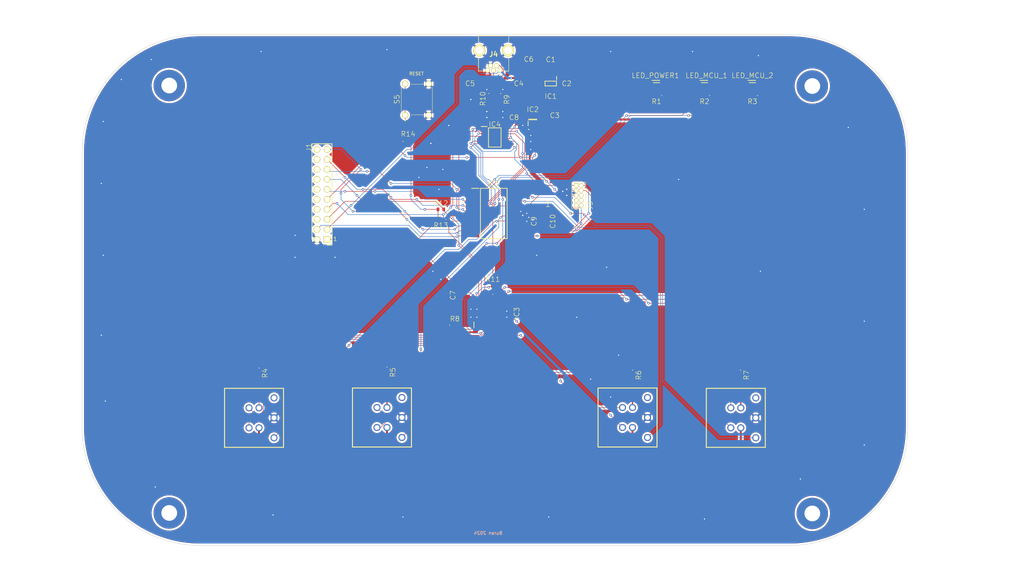
<source format=kicad_pcb>
(kicad_pcb (version 20221018) (generator pcbnew)
  (layers (0 "F.Cu" signal "Front") (1 "In1.Cu" signal) (2 "In2.Cu" signal) (31 "B.Cu" signal "Back") (34 "B.Paste" user) (35 "F.Paste" user) (36 "B.SilkS" user "B.Silkscreen") (37 "F.SilkS" user "F.Silkscreen") (38 "B.Mask" user) (39 "F.Mask" user) (44 "Edge.Cuts" user))
  (net 0 "")
  (net 1 "VDD")
  (net 2 "GND")
  (net 3 "/MCU_LED_1")
  (net 4 "/MCU_LED_2")
  (net 5 "/CBUS0")
  (net 6 "/CBUS1")
  (net 7 "/CBUS2")
  (net 8 "/SDA")
  (net 9 "/SCL")
  (net 10 "/CBUS3")
  (net 11 "/CBUS4")
  (net 12 "/CBUS5")
  (net 13 "/N_RESET")
  (net 14 "/SWCLK")
  (net 15 "/SWDIO")
  (net 18 "/V_UNREG")
  (net 19 "/D-")
  (net 20 "/D+")
  (net 21 "/IC4_LED_11")
  (net 22 "/IC4_LED_10")
  (net 23 "/IC4_LED_9")
  (net 24 "/IC4_LED_8")
  (net 25 "/IC4_LED_7")
  (net 26 "/IC4_LED_6")
  (net 27 "/IC4_LED_5")
  (net 28 "/IC4_LED_4")
  (net 29 "/IC4_LED_3")
  (net 30 "/IC4_LED_2")
  (net 31 "/IC4_LED_1")
  (net 32 "/IC4_LED_0")
  (net 33 "/MCU_N_OE")
  (net 34 "/VCCIO")
  (net 37 "Net-(IC3-LED12)")
  (net 38 "Net-(IC3-REXT)")
  (net 43 "/MCU_S1")
  (net 44 "/MCU_S2")
  (net 45 "/MCU_S3")
  (net 46 "/MCU_S4")
  (net 48 "Net-(S1-L1)")
  (net 57 "Net-(S2-L1)")
  (net 58 "Net-(S3-L1)")
  (net 59 "Net-(S4-L1)")
  (net 60 "Net-(LED_MCU_1-Pad2)")
  (net 61 "Net-(LED_MCU_2-Pad2)")
  (net 62 "Net-(LED_POWER1-Pad2)")
  (net 63 "/D0-")
  (net 64 "/D0+")
  (footprint "SamacSys_Parts:ERA3AEB101V" (layer "F.Cu") (at 160.02 106.68 -90)
    (fp_text reference "R6")
    (fp_text value "30R" hide)
  )
  (footprint "SamacSys_Parts:SOP64P599X175-16N" (layer "F.Cu") (at 124.968 46.228)
    (fp_text reference "IC4")
    (fp_text value "FT201XS-R" hide)
  )
  (footprint "MountingHole:MountingHole_4mm_Pad" (layer "F.Cu") (at 42.164 33.02)
    (fp_text reference "REF**" hide)
    (fp_text value "MountingHole_4mm_Pad")
  )
  (footprint "MountingHole:MountingHole_4mm_Pad" (layer "F.Cu") (at 205.726875 141.861027)
    (fp_text reference "REF**" hide)
    (fp_text value "MountingHole_4mm_Pad")
  )
  (footprint "MountingHole:MountingHole_4mm_Pad" (layer "F.Cu") (at 205.726875 33.149027)
    (fp_text reference "REF**" hide)
    (fp_text value "MountingHole_4mm_Pad")
  )
  (footprint "SamacSys_Parts:ERA3AEB101V" (layer "F.Cu") (at 178.308 35.56 180)
    (fp_text reference "R2")
    (fp_text value "30R" hide)
  )
  (footprint "SamacSys_Parts:LEDM166X110N" (layer "F.Cu") (at 178.308 32.004)
    (fp_text reference "LED_MCU_1")
    (fp_text value "HSMA-C120" hide)
  )
  (footprint "SamacSys_Parts:ERA3AEB101V" (layer "F.Cu") (at 187.452 106.68 -90)
    (fp_text reference "R7")
    (fp_text value "30R" hide)
  )
  (footprint "SamacSys_Parts:SOP65P640X110-29N" (layer "F.Cu") (at 124.46 90.932 90)
    (fp_text reference "IC3")
    (fp_text value "PCA9952TW_Q900,118" hide)
  )
  (footprint "SamacSys_Parts:548190519" (layer "F.Cu") (at 126.276 29.14 180)
    (fp_text reference "J4")
    (fp_text value "548190519" hide)
  )
  (footprint "SamacSys_Parts:HDRV20W64P254_2X10_2540X508X838P" (layer "F.Cu") (at 82.296 72.136 90)
    (fp_text reference "J1")
    (fp_text value "M20-9761042" hide)
  )
  (footprint "SamacSys_Parts:ERA3AEB101V" (layer "F.Cu") (at 123.444 36.359 -90)
    (fp_text reference "R10")
    (fp_text value "27R" hide)
  )
  (footprint "BuranCustom:PB26-13M RGB LED" (layer "F.Cu") (at 96.19 117.38)
    (fp_text reference "S2" hide)
    (fp_text value "~")
  )
  (footprint "" (layer "F.Cu") (at 42.164 141.732)
    (fp_text reference "")
    (fp_text value "")
  )
  (footprint "SamacSys_Parts:CAPC1608X87N" (layer "F.Cu") (at 138.176 40.832 90)
    (fp_text reference "C3")
    (fp_text value "100nF" hide)
  )
  (footprint "SamacSys_Parts:ERA3AEB101V" (layer "F.Cu") (at 97.536 105.955 -90)
    (fp_text reference "R5")
    (fp_text value "30R" hide)
  )
  (footprint "SamacSys_Parts:ERA3AEB101V" (layer "F.Cu") (at 65.024 106.172 -90)
    (fp_text reference "R4")
    (fp_text value "30R" hide)
  )
  (footprint "SamacSys_Parts:M503500542" (layer "F.Cu") (at 145.669 58.42 -90)
    (fp_text reference "J3")
    (fp_text value "M50-3500542" hide)
  )
  (footprint "SamacSys_Parts:ERA3AEB101V" (layer "F.Cu") (at 126.492 36.359 -90)
    (fp_text reference "R9")
    (fp_text value "27R" hide)
  )
  (footprint "SamacSys_Parts:SOIC127P1032X265-20N" (layer "F.Cu") (at 124.712 65.555)
    (fp_text reference "IC5")
    (fp_text value "ATSAMD11D14A-SSNT" hide)
  )
  (footprint "BuranCustom:PB26-13M RGB LED" (layer "F.Cu") (at 158.65 117.38)
    (fp_text reference "S3" hide)
    (fp_text value "~")
  )
  (footprint "SamacSys_Parts:ERA3AEB101V" (layer "F.Cu") (at 124.46 84.836 90)
    (fp_text reference "R11")
    (fp_text value "100K" hide)
  )
  (footprint "SamacSys_Parts:CAPC1608X87N" (layer "F.Cu") (at 143.256 34.544 90)
    (fp_text reference "C2")
    (fp_text value "1uF" hide)
  )
  (footprint "SamacSys_Parts:CAPC1608X87N" (layer "F.Cu") (at 115.824 86.36 90)
    (fp_text reference "C7")
    (fp_text value "4.7uF" hide)
  )
  (footprint "SamacSys_Parts:ERA3AEB101V" (layer "F.Cu") (at 166.116 35.56 180)
    (fp_text reference "R1")
    (fp_text value "30R" hide)
  )
  (footprint "SamacSys_Parts:CAPC1608X87N" (layer "F.Cu") (at 128.332 32.512 180)
    (fp_text reference "C4")
    (fp_text value "47pF" hide)
  )
  (footprint "SamacSys_Parts:ERA3AEB101V" (layer "F.Cu") (at 111.252 67.056 180)
    (fp_text reference "R13")
    (fp_text value "4K7" hide)
  )
  (footprint "SamacSys_Parts:ERA3AEB101V" (layer "F.Cu") (at 111.252 64.516 180)
    (fp_text reference "R12")
    (fp_text value "4K7" hide)
  )
  (footprint "SamacSys_Parts:ERA3AEB101V" (layer "F.Cu") (at 190.5 35.56 180)
    (fp_text reference "R3")
    (fp_text value "30R" hide)
  )
  (footprint "BuranCustom:PB26-13M RGB LED" (layer "F.Cu") (at 63.65 117.46)
    (fp_text reference "S1" hide)
    (fp_text value "~")
  )
  (footprint "SamacSys_Parts:ERA3AEB101V" (layer "F.Cu") (at 102.924637 47.244)
    (fp_text reference "R14")
    (fp_text value "4K7" hide)
  )
  (footprint "SamacSys_Parts:SOT65P220X100-3N" (layer "F.Cu") (at 134.62 41.656 90)
    (fp_text reference "IC2")
    (fp_text value "MAX803SQ308D2T1G" hide)
  )
  (footprint "SamacSys_Parts:LEDM166X110N" (layer "F.Cu") (at 190.5 32.004)
    (fp_text reference "LED_MCU_2")
    (fp_text value "HSMA-C120" hide)
  )
  (footprint "SamacSys_Parts:ERA3AEB101V" (layer "F.Cu") (at 114.808 93.98)
    (fp_text reference "R8")
    (fp_text value "2K8" hide)
  )
  (footprint "SamacSys_Parts:CAPC1608X87N" (layer "F.Cu") (at 136.652 67.564 90)
    (fp_text reference "C9")
    (fp_text value "100nF" hide)
  )
  (footprint "SamacSys_Parts:SOT95P280X130-5N" (layer "F.Cu") (at 139.192 32.512 -90)
    (fp_text reference "IC1")
    (fp_text value "XC6210B332MR" hide)
  )
  (footprint "SamacSys_Parts:CAPC1608X87N" (layer "F.Cu") (at 133.604 27.94)
    (fp_text reference "C6")
    (fp_text value "10nF" hide)
  )
  (footprint "SamacSys_Parts:CAPC1608X87N" (layer "F.Cu") (at 129.856 42.672)
    (fp_text reference "C8")
    (fp_text value "100nF (0.1uF)" hide)
  )
  (footprint "SamacSys_Parts:CAPC1608X87N" (layer "F.Cu") (at 139.192 27.94 180)
    (fp_text reference "C1")
    (fp_text value "1uF" hide)
  )
  (footprint "SamacSys_Parts:CAPC1608X87N" (layer "F.Cu") (at 121.412 32.512)
    (fp_text reference "C5")
    (fp_text value "47pF" hide)
  )
  (footprint "BuranCustom:PB26-13M RGB LED" (layer "F.Cu") (at 186.19 117.46)
    (fp_text reference "S4" hide)
    (fp_text value "~")
  )
  (footprint "SamacSys_Parts:CAPC1608X87N" (layer "F.Cu") (at 141.224 67.564 90)
    (fp_text reference "C10")
    (fp_text value "4.7uF" hide)
  )
  (footprint "SamacSys_Parts:ESE20C321" (layer "F.Cu") (at 102.156 40.576 90)
    (fp_text reference "S5")
    (fp_text value "ESE20C321" hide)
  )
  (footprint "SamacSys_Parts:LEDM166X110N" (layer "F.Cu") (at 166.116 32.004)
    (fp_text reference "LED_POWER1")
    (fp_text value "HSMA-C120" hide)
  )
  (gr_arc (start 50 150) (mid 28.786797 141.213203) (end 20 120) (stroke (width 0.1)) (layer "Edge.Cuts"))
  (gr_arc (start 20 50) (mid 28.786797 28.786797) (end 50 20) (stroke (width 0.1)) (layer "Edge.Cuts"))
  (gr_line (start 50 150) (end 200 150) (stroke (width 0.1)) (layer "Edge.Cuts"))
  (gr_arc (start 230 120) (mid 221.213203 141.213203) (end 200 150) (stroke (width 0.1)) (layer "Edge.Cuts"))
  (gr_arc (start 200 20) (mid 221.213203 28.786797) (end 230 50) (stroke (width 0.1)) (layer "Edge.Cuts"))
  (gr_line (start 20 120) (end 20 50) (stroke (width 0.1)) (layer "Edge.Cuts"))
  (gr_line (start 230 50) (end 230 120) (stroke (width 0.1)) (layer "Edge.Cuts"))
  (gr_line (start 50 20) (end 200 20) (stroke (width 0.1)) (layer "Edge.Cuts"))
  (gr_text "Buran 2024" (at 127 147.32) (layer "B.SilkS") (effects (font (size 0.8128 0.8128) (thickness 0.1524) bold) (justify left bottom mirror)))
  (gr_text "1" (at 137.668 64.008) (layer "F.SilkS") (effects (font (size 1.524 1.524) (thickness 0.127)) (justify left bottom)))
  (gr_text "RESET" (at 103.124 30.48) (layer "F.SilkS") (effects (font (size 0.8128 0.8128) (thickness 0.127)) (justify left bottom)))
  (gr_text "1" (at 83.82 72.644) (layer "F.SilkS") (effects (font (size 1 1) (thickness 0.127)) (justify left bottom)))
  (segment (start 97.54 125.48) (end 97.54 120) (width 0.5) (layer "F.Cu") (net 1))
  (segment (start 138.668 58.42) (end 133.438 63.65) (width 0.127) (layer "F.Cu") (net 1))
  (segment (start 120.3945 85.852) (end 120.235 86.0115) (width 0.127) (layer "F.Cu") (net 1))
  (segment (start 136.652 66.864) (end 141.224 66.864) (width 0.127) (layer "F.Cu") (net 1))
  (segment (start 135.318 40.132) (end 134.62 39.434) (width 0.127) (layer "F.Cu") (net 1))
  (segment (start 124.46 65.532) (end 126.342 63.65) (width 0.127) (layer "F.Cu") (net 1))
  (segment (start 145.669 58.42) (end 138.668 58.42) (width 0.127) (layer "F.Cu") (net 1))
  (segment (start 136.144 58.42) (end 133.096 55.372) (width 0.127) (layer "F.Cu") (net 1))
  (segment (start 134.62 40.656) (end 134.62 39.434) (width 0.127) (layer "F.Cu") (net 1))
  (segment (start 128.714 46.546) (end 129.032 46.228) (width 0.127) (layer "F.Cu") (net 1))
  (segment (start 103.632 60.96) (end 103.649637 60.942363) (width 0.127) (layer "F.Cu") (net 1))
  (segment (start 101.6 129.54) (end 97.54 125.48) (width 0.5) (layer "F.Cu") (net 1))
  (segment (start 124.46 84.111) (end 124.46 65.532) (width 0.127) (layer "F.Cu") (net 1))
  (segment (start 143.256 33.844) (end 143.188 33.912) (width 0.127) (layer "F.Cu") (net 1))
  (segment (start 123.661 84.111) (end 123.444 84.328) (width 0.127) (layer "F.Cu") (net 1))
  (segment (start 156.972 129.54) (end 160 126.512) (width 0.5) (layer "F.Cu") (net 1))
  (segment (start 183.388 129.54) (end 187.54 125.388) (width 0.5) (layer "F.Cu") (net 1))
  (segment (start 115.824 85.66) (end 115.824 84.328) (width 0.127) (layer "F.Cu") (net 1))
  (segment (start 140.142 33.912) (end 143.188 33.912) (width 0.5) (layer "F.Cu") (net 1))
  (segment (start 101.6 129.54) (end 156.972 129.54) (width 0.5) (layer "F.Cu") (net 1))
  (segment (start 160 126.512) (end 160 120) (width 0.5) (layer "F.Cu") (net 1))
  (segment (start 150.368 41.656) (end 146.812 38.1) (width 0.5) (layer "F.Cu") (net 1))
  (segment (start 189.992 41.656) (end 150.368 41.656) (width 0.5) (layer "F.Cu") (net 1))
  (segment (start 138.176 40.132) (end 135.318 40.132) (width 0.127) (layer "F.Cu") (net 1))
  (segment (start 105.447 73.951) (end 105.447 72.136) (width 0.127) (layer "F.Cu") (net 1))
  (segment (start 130.048 43.5155) (end 130.048 43.18) (width 0.127) (layer "F.Cu") (net 1))
  (segment (start 199.136 129.54) (end 204.216 124.46) (width 0.5) (layer "F.Cu") (net 1))
  (segment (start 120.235 87.215) (end 118.68 85.66) (width 0.127) (layer "F.Cu") (net 1))
  (segment (start 110.527 67.056) (end 110.527 64.516) (width 0.127) (layer "F.Cu") (net 1))
  (segment (start 129.424 63.616) (end 129.54 63.5) (width 0.127) (layer "F.Cu") (net 1))
  (segment (start 134.62 39.434) (end 140.142 33.912) (width 0.127) (layer "F.Cu") (net 1))
  (segment (start 127.68 46.546) (end 128.714 46.546) (width 0.127) (layer "F.Cu") (net 1))
  (segment (start 110.527 67.056) (end 105.447 72.136) (width 0.127) (layer "F.Cu") (net 1))
  (segment (start 124.46 84.111) (end 123.661 84.111) (width 0.127) (layer "F.Cu") (net 1))
  (segment (start 120.235 87.994) (end 120.235 87.215) (width 0.127) (layer "F.Cu") (net 1))
  (segment (start 82.296 72.136) (end 105.447 72.136) (width 0.127) (layer "F.Cu") (net 1))
  (segment (start 65 120.08) (end 65 125.96) (width 0.5) (layer "F.Cu") (net 1))
  (segment (start 146.812 38.1) (end 146.812 35.56) (width 0.5) (layer "F.Cu") (net 1))
  (segment (start 126.342 63.65) (end 129.424 63.65) (width 0.127) (layer "F.Cu") (net 1))
  (segment (start 118.68 85.66) (end 115.824 85.66) (width 0.127) (layer "F.Cu") (net 1))
  (segment (start 187.54 125.388) (end 187.54 120.08) (width 0.5) (layer "F.Cu") (net 1))
  (segment (start 145.164 33.912) (end 143.188 33.912) (width 0.5) (layer "F.Cu") (net 1))
  (segment (start 204.216 55.88) (end 189.992 41.656) (width 0.5) (layer "F.Cu") (net 1))
  (segment (start 156.972 129.54) (end 183.388 129.54) (width 0.5) (layer "F.Cu") (net 1))
  (segment (start 120.235 86.0115) (end 120.235 87.994) (width 0.127) (layer "F.Cu") (net 1))
  (segment (start 132.572 40.656) (end 130.556 42.672) (width 0.127) (layer "F.Cu") (net 1))
  (segment (start 183.388 129.54) (end 199.136 129.54) (width 0.5) (layer "F.Cu") (net 1))
  (segment (start 138.668 58.42) (end 136.144 58.42) (width 0.127) (layer "F.Cu") (net 1))
  (segment (start 65 125.96) (end 68.58 129.54) (width 0.5) (layer "F.Cu") (net 1))
  (segment (start 68.58 129.54) (end 101.6 129.54) (width 0.5) (layer "F.Cu") (net 1))
  (segment (start 115.824 84.328) (end 105.447 73.951) (width 0.127) (layer "F.Cu") (net 1))
  (segment (start 146.812 35.56) (end 145.164 33.912) (width 0.5) (layer "F.Cu") (net 1))
  (segment (start 103.649637 60.942363) (end 103.649637 47.244) (width 0.127) (layer "F.Cu") (net 1))
  (segment (start 134.62 40.656) (end 132.572 40.656) (width 0.127) (layer "F.Cu") (net 1))
  (segment (start 130.048 43.18) (end 130.556 42.672) (width 0.127) (layer "F.Cu") (net 1))
  (segment (start 133.438 63.65) (end 129.424 63.65) (width 0.127) (layer "F.Cu") (net 1))
  (segment (start 107.188 64.516) (end 110.527 64.516) (width 0.127) (layer "F.Cu") (net 1))
  (segment (start 156.464 35.56) (end 150.368 41.656) (width 0.127) (layer "F.Cu") (net 1))
  (segment (start 129.424 63.65) (end 129.424 63.616) (width 0.127) (layer "F.Cu") (net 1))
  (segment (start 204.216 124.46) (end 204.216 55.88) (width 0.5) (layer "F.Cu") (net 1))
  (segment (start 165.391 35.56) (end 156.464 35.56) (width 0.127) (layer "F.Cu") (net 1))
  (segment (start 136.652 66.864) (end 133.438 63.65) (width 0.127) (layer "F.Cu") (net 1))
  (via (at 130.048 43.5155) (size 0.6) (drill 0.3) (layers "F.Cu" "B.Cu") (net 1))
  (via (at 103.632 60.96) (size 0.6) (drill 0.3) (layers "F.Cu" "B.Cu") (net 1))
  (via (at 123.444 84.328) (size 0.6) (drill 0.3) (layers "F.Cu" "B.Cu") (net 1))
  (via (at 133.096 55.372) (size 0.6) (drill 0.3) (layers "F.Cu" "B.Cu") (net 1))
  (via (at 120.3945 85.852) (size 0.6) (drill 0.3) (layers "F.Cu" "B.Cu") (net 1))
  (via (at 129.032 46.228) (size 0.6) (drill 0.3) (layers "F.Cu" "B.Cu") (net 1))
  (via (at 107.188 64.516) (size 0.6) (drill 0.3) (layers "F.Cu" "B.Cu") (net 1))
  (segment (start 129.032 44.5315) (end 130.048 43.5155) (width 0.127) (layer "B.Cu") (net 1))
  (segment (start 130.048 51.816) (end 133.096 54.864) (width 0.127) (layer "B.Cu") (net 1))
  (segment (start 129.032 46.228) (end 130.5385 47.7345) (width 0.127) (layer "B.Cu") (net 1))
  (segment (start 130.5385 49.2935) (end 130.048 49.784) (width 0.127) (layer "B.Cu") (net 1))
  (segment (start 123.444 84.328) (end 121.9185 84.328) (width 0.127) (layer "B.Cu") (net 1))
  (segment (start 130.048 49.784) (end 130.048 51.816) (width 0.127) (layer "B.Cu") (net 1))
  (segment (start 103.632 60.96) (end 103.632 61.976) (width 0.127) (layer "B.Cu") (net 1))
  (segment (start 106.172 64.516) (end 107.188 64.516) (width 0.127) (layer "B.Cu") (net 1))
  (segment (start 133.096 54.864) (end 133.096 55.372) (width 0.127) (layer "B.Cu") (net 1))
  (segment (start 103.632 61.976) (end 106.172 64.516) (width 0.127) (layer "B.Cu") (net 1))
  (segment (start 130.5385 47.7345) (end 130.5385 49.2935) (width 0.127) (layer "B.Cu") (net 1))
  (segment (start 129.032 46.228) (end 129.032 44.5315) (width 0.127) (layer "B.Cu") (net 1))
  (segment (start 121.9185 84.328) (end 120.3945 85.852) (width 0.127) (layer "B.Cu") (net 1))
  (segment (start 122.185 93.207) (end 124.46 90.932) (width 0.127) (layer "F.Cu") (net 2))
  (segment (start 126.085 87.994) (end 126.085 89.307) (width 0.127) (layer "F.Cu") (net 2))
  (segment (start 124.46 90.932) (end 127 90.932) (width 0.127) (layer "F.Cu") (net 2))
  (segment (start 124.46 90.932) (end 127.508 90.932) (width 0.127) (layer "F.Cu") (net 2))
  (segment (start 129.424 64.92) (end 131.468 64.92) (width 0.127) (layer "F.Cu") (net 2))
  (segment (start 122.734 89.408) (end 120.396 89.408) (width 0.127) (layer "F.Cu") (net 2))
  (segment (start 120.885 93.87) (end 120.885 91.459) (width 0.127) (layer "F.Cu") (net 2))
  (segment (start 121.412 90.932) (end 120.904 90.424) (width 0.127) (layer "F.Cu") (net 2))
  (segment (start 126.174 45.91) (end 125.984 45.72) (width 0.127) (layer "F.Cu") (net 2))
  (segment (start 139.192 32.004) (end 138.684 32.512) (width 0.5) (layer "F.Cu") (net 2))
  (segment (start 145.669 59.69) (end 144.018 59.69) (width 0.127) (layer "F.Cu") (net 2))
  (segment (start 122.835 89.307) (end 122.734 89.408) (width 0.127) (layer "F.Cu") (net 2))
  (segment (start 127 90.932) (end 128.016 91.948) (width 0.127) (layer "F.Cu") (net 2))
  (segment (start 127.508 90.932) (end 128.016 90.424) (width 0.127) (layer "F.Cu") (net 2))
  (segment (start 120.885 91.459) (end 121.412 90.932) (width 0.127) (layer "F.Cu") (net 2))
  (segment (start 144.018 59.69) (end 143.764 59.944) (width 0.127) (layer "F.Cu") (net 2))
  (segment (start 139.192 31.112) (end 139.192 32.004) (width 0.5) (layer "F.Cu") (net 2))
  (segment (start 131.468 64.92) (end 131.572 65.024) (width 0.127) (layer "F.Cu") (net 2))
  (segment (start 145.669 60.96) (end 144.272 60.96) (width 0.127) (layer "F.Cu") (net 2))
  (segment (start 144.272 60.96) (end 143.764 60.452) (width 0.127) (layer "F.Cu") (net 2))
  (segment (start 135.828 68.264) (end 134.62 67.056) (width 0.127) (layer "F.Cu") (net 2))
  (segment (start 122.256 46.546) (end 123.126 46.546) (width 0.127) (layer "F.Cu") (net 2))
  (segment (start 122.835 87.994) (end 122.835 89.307) (width 0.127) (layer "F.Cu") (net 2))
  (segment (start 122.185 93.87) (end 122.185 93.207) (width 0.127) (layer "F.Cu") (net 2))
  (segment (start 120.885 93.87) (end 121.535 93.87) (width 0.127) (layer "F.Cu") (net 2))
  (segment (start 123.126 46.546) (end 123.952 45.72) (width 0.127) (layer "F.Cu") (net 2))
  (segment (start 121.412 90.932) (end 124.46 90.932) (width 0.127) (layer "F.Cu") (net 2))
  (segment (start 126.085 92.557) (end 124.46 90.932) (width 0.127) (layer "F.Cu") (net 2))
  (segment (start 136.652 68.264) (end 135.828 68.264) (width 0.127) (layer "F.Cu") (net 2))
  (segment (start 126.085 93.87) (end 126.085 92.557) (width 0.127) (layer "F.Cu") (net 2))
  (segment (start 121.535 93.87) (end 122.185 93.87) (width 0.127) (layer "F.Cu") (net 2))
  (segment (start 127.68 45.91) (end 126.174 45.91) (width 0.127) (layer "F.Cu") (net 2))
  (segment (start 136.652 68.264) (end 141.224 68.264) (width 0.127) (layer "F.Cu") (net 2))
  (segment (start 126.085 89.307) (end 124.46 90.932) (width 0.127) (layer "F.Cu") (net 2))
  (via (at 192.532 80.264) (size 0.6) (drill 0.3) (layers "F.Cu" "B.Cu") (net 2))
  (via (at 132.08 66.04) (size 0.6) (drill 0.3) (layers "F.Cu" "B.Cu") (net 2))
  (via (at 145.796 91.948) (size 0.6) (drill 0.3) (layers "F.Cu" "B.Cu") (net 2))
  (via (at 113.284 43.18) (size 0.6) (drill 0.3) (layers "F.Cu" "B.Cu") (net 2))
  (via (at 74.168 71.12) (size 0.6) (drill 0.3) (layers "F.Cu" "B.Cu") (net 2))
  (via (at 142.24 59.944) (size 0.6) (drill 0.3) (layers "F.Cu" "B.Cu") (net 2))
  (via (at 143.256 59.436) (size 0.6) (drill 0.3) (layers "F.Cu" "B.Cu") (net 2))
  (via (at 108.712 47.752) (size 0.6) (drill 0.3) (layers "F.Cu" "B.Cu") (net 2))
  (via (at 109.22 80.264) (size 0.6) (drill 0.3) (layers "F.Cu" "B.Cu") (net 2))
  (via (at 133.096 67.564) (size 0.6) (drill 0.3) (layers "F.Cu" "B.Cu") (net 2))
  (via (at 127 41.148) (size 0.6) (drill 0.3) (layers "F.Cu" "B.Cu") (net 2))
  (via (at 134.62 67.056) (size 0.6) (drill 0.3) (layers "F.Cu" "B.Cu") (net 2))
  (via (at 156.464 101.6) (size 0.6) (drill 0.3) (layers "F.Cu" "B.Cu") (net 2))
  (via (at 143.256 60.96) (size 0.6) (drill 0.3) (layers "F.Cu" "B.Cu") (net 2))
  (via (at 134.112 49.276) (size 0.6) (drill 0.3) (layers "F.Cu" "B.Cu") (net 2))
  (via (at 68.58 142.24) (size 0.6) (drill 0.3) (layers "F.Cu" "B.Cu") (net 2))
  (via (at 142.24 59.944) (size 0.6) (drill 0.3) (layers "F.Cu" "B.Cu") (net 2))
  (via (at 135.636 76.2) (size 0.6) (drill 0.3) (layers "F.Cu" "B.Cu") (net 2))
  (via (at 175.26 24.384) (size 0.6) (drill 0.3) (layers "F.Cu" "B.Cu") (net 2))
  (via (at 37.592 26.416) (size 0.6) (drill 0.3) (layers "F.Cu" "B.Cu") (net 2))
  (via (at 111.252 82.296) (size 0.6) (drill 0.3) (layers "F.Cu" "B.Cu") (net 2))
  (via (at 178.308 143.256) (size 0.6) (drill 0.3) (layers "F.Cu" "B.Cu") (net 2))
  (via (at 84.328 76.708) (size 0.6) (drill 0.3) (layers "F.Cu" "B.Cu") (net 2))
  (via (at 171.704 56.896) (size 0.6) (drill 0.3) (layers "F.Cu" "B.Cu") (net 2))
  (via (at 154.432 24.384) (size 0.6) (drill 0.3) (layers "F.Cu" "B.Cu") (net 2))
  (via (at 138.684 142.748) (size 0.6) (drill 0.3) (layers "F.Cu" "B.Cu") (net 2))
  (via (at 120.396 89.916) (size 0.6) (drill 0.3) (layers "F.Cu" "B.Cu") (net 2))
  (via (at 154.432 112.268) (size 0.6) (drill 0.3) (layers "F.Cu" "B.Cu") (net 2))
  (via (at 192.024 25.4) (size 0.6) (drill 0.3) (layers "F.Cu" "B.Cu") (net 2))
  (via (at 111.76 54.356) (size 0.6) (drill 0.3) (layers "F.Cu" "B.Cu") (net 2))
  (via (at 133.604 44.196) (size 0.6) (drill 0.3) (layers "F.Cu" "B.Cu") (net 2))
  (via (at 133.096 65.532) (size 0.6) (drill 0.3) (layers "F.Cu" "B.Cu") (net 2))
  (via (at 127 34.036) (size 0.6) (drill 0.3) (layers "F.Cu" "B.Cu") (net 2))
  (via (at 25.4 76.2) (size 0.6) (drill 0.3) (layers "F.Cu" "B.Cu") (net 2))
  (via (at 107.696 53.848) (size 0.6) (drill 0.3) (layers "F.Cu" "B.Cu") (net 2))
  (via (at 38.608 135.128) (size 0.6) (drill 0.3) (layers "F.Cu" "B.Cu") (net 2))
  (via (at 132.08 43.18) (size 0.6) (drill 0.3) (layers "F.Cu" "B.Cu") (net 2))
  (via (at 110.744 59.436) (size 0.6) (drill 0.3) (layers "F.Cu" "B.Cu") (net 2))
  (via (at 218.948 124.46) (size 0.6) (drill 0.3) (layers "F.Cu" "B.Cu") (net 2))
  (via (at 122.936 41.148) (size 0.6) (drill 0.3) (layers "F.Cu" "B.Cu") (net 2))
  (via (at 120.396 91.948) (size 0.6) (drill 0.3) (layers "F.Cu" "B.Cu") (net 2))
  (via (at 153.416 79.248) (size 0.6) (drill 0.3) (layers "F.Cu" "B.Cu") (net 2))
  (via (at 202.692 133.096) (size 0.6) (drill 0.3) (layers "F.Cu" "B.Cu") (net 2))
  (via (at 101.6 142.748) (size 0.6) (drill 0.3) (layers "F.Cu" "B.Cu") (net 2))
  (via (at 149.352 107.696) (size 0.6) (drill 0.3) (layers "F.Cu" "B.Cu") (net 2))
  (via (at 24.892 96.52) (size 0.6) (drill 0.3) (layers "F.Cu" "B.Cu") (net 2))
  (via (at 122.936 34.036) (size 0.6) (drill 0.3) (layers "F.Cu" "B.Cu") (net 2))
  (via (at 132.08 66.04) (size 0.6) (drill 0.3) (layers "F.Cu" "B.Cu") (net 2))
  (via (at 143.256 59.436) (size 0.6) (drill 0.3) (layers "F.Cu" "B.Cu") (net 2))
  (via (at 97.536 23.876) (size 0.6) (drill 0.3) (layers "F.Cu" "B.Cu") (net 2))
  (via (at 118.872 91.948) (size 0.6) (drill 0.3) (layers "F.Cu" "B.Cu") (net 2))
  (via (at 127 39.624) (size 0.6) (drill 0.3) (layers "F.Cu" "B.Cu") (net 2))
  (via (at 218.948 92.964) (size 0.6) (drill 0.3) (layers "F.Cu" "B.Cu") (net 2))
  (via (at 143.256 60.96) (size 0.6) (drill 0.3) (layers "F.Cu" "B.Cu") (net 2))
  (via (at 24.892 57.912) (size 0.6) (drill 0.3) (layers "F.Cu" "B.Cu") (net 2))
  (via (at 214.884 43.688) (size 0.6) (drill 0.3) (layers "F.Cu" "B.Cu") (net 2))
  (via (at 128.016 90.424) (size 0.6) (drill 0.3) (layers "F.Cu" "B.Cu") (net 2))
  (via (at 134.112 45.72) (size 0.6) (drill 0.3) (layers "F.Cu" "B.Cu") (net 2))
  (via (at 131.572 65.024) (size 0.6) (drill 0.3) (layers "F.Cu" "B.Cu") (net 2))
  (via (at 29.972 31.496) (size 0.6) (drill 0.3) (layers "F.Cu" "B.Cu") (net 2))
  (via (at 122.936 39.624) (size 0.6) (drill 0.3) (layers "F.Cu" "B.Cu") (net 2))
  (via (at 74.168 76.708) (size 0.6) (drill 0.3) (layers "F.Cu" "B.Cu") (net 2))
  (via (at 25.908 113.284) (size 0.6) (drill 0.3) (layers "F.Cu" "B.Cu") (net 2))
  (via (at 218.948 64.516) (size 0.6) (drill 0.3) (layers "F.Cu" "B.Cu") (net 2))
  (via (at 118.872 36.576) (size 0.6) (drill 0.3) (layers "F.Cu" "B.Cu") (net 2))
  (via (at 65.532 24.384) (size 0.6) (drill 0.3) (layers "F.Cu" "B.Cu") (net 2))
  (via (at 122.936 41.148) (size 0.6) (drill 0.3) (layers "F.Cu" "B.Cu") (net 2))
  (via (at 105.664 56.388) (size 0.6) (drill 0.3) (layers "F.Cu" "B.Cu") (net 2))
  (via (at 133.604 66.548) (size 0.6) (drill 0.3) (layers "F.Cu" "B.Cu") (net 2))
  (via (at 108.712 47.752) (size 0.6) (drill 0.3) (layers "F.Cu" "B.Cu") (net 2))
  (via (at 25.4 42.164) (size 0.6) (drill 0.3) (layers "F.Cu" "B.Cu") (net 2))
  (via (at 113.284 43.18) (size 0.6) (drill 0.3) (layers "F.Cu" "B.Cu") (net 2))
  (via (at 134.112 47.244) (size 0.6) (drill 0.3) (layers "F.Cu" "B.Cu") (net 2))
  (via (at 118.872 36.576) (size 0.6) (drill 0.3) (layers "F.Cu" "B.Cu") (net 2))
  (via (at 122.936 39.624) (size 0.6) (drill 0.3) (layers "F.Cu" "B.Cu") (net 2))
  (via (at 118.872 89.916) (size 0.6) (drill 0.3) (layers "F.Cu" "B.Cu") (net 2))
  (via (at 128.016 91.948) (size 0.6) (drill 0.3) (layers "F.Cu" "B.Cu") (net 2))
  (segment (start 128.016 90.424) (end 128.016 89.916) (width 0.127) (layer "B.Cu") (net 2))
  (segment (start 128.016 91.948) (end 128.524 92.456) (width 0.127) (layer "B.Cu") (net 2))
  (segment (start 172.503 40.64) (end 158.496 40.64) (width 0.127) (layer "F.Cu") (net 3))
  (segment (start 177.583 35.56) (end 172.503 40.64) (width 0.127) (layer "F.Cu") (net 3))
  (segment (start 124.961932 56.889932) (end 122.011864 59.84) (width 0.127) (layer "F.Cu") (net 3))
  (segment (start 122.011864 59.84) (end 120 59.84) (width 0.127) (layer "F.Cu") (net 3))
  (via (at 124.961932 56.889932) (size 0.6) (drill 0.3) (layers "F.Cu" "B.Cu") (net 3))
  (via (at 158.496 40.64) (size 0.6) (drill 0.3) (layers "F.Cu" "B.Cu") (net 3))
  (segment (start 125.971864 55.88) (end 124.961932 56.889932) (width 0.127) (layer "B.Cu") (net 3))
  (segment (start 158.496 40.64) (end 143.256 55.88) (width 0.127) (layer "B.Cu") (net 3))
  (segment (start 143.256 55.88) (end 133.096 55.88) (width 0.127) (layer "B.Cu") (net 3))
  (segment (start 133.096 55.88) (end 125.971864 55.88) (width 0.127) (layer "B.Cu") (net 3))
  (segment (start 121.77 61.11) (end 120 61.11) (width 0.127) (layer "F.Cu") (net 4))
  (segment (start 189.775 35.56) (end 184.695 40.64) (width 0.127) (layer "F.Cu") (net 4))
  (segment (start 184.695 40.64) (end 174.244 40.64) (width 0.127) (layer "F.Cu") (net 4))
  (segment (start 125.476 57.404) (end 121.77 61.11) (width 0.127) (layer "F.Cu") (net 4))
  (via (at 125.476 57.404) (size 0.6) (drill 0.3) (layers "F.Cu" "B.Cu") (net 4))
  (via (at 174.244 40.64) (size 0.6) (drill 0.3) (layers "F.Cu" "B.Cu") (net 4))
  (segment (start 174.244 40.64) (end 159.512 40.64) (width 0.127) (layer "B.Cu") (net 4))
  (segment (start 159.512 40.64) (end 143.764 56.388) (width 0.127) (layer "B.Cu") (net 4))
  (segment (start 133.096 56.388) (end 126.492 56.388) (width 0.127) (layer "B.Cu") (net 4))
  (segment (start 143.764 56.388) (end 133.096 56.388) (width 0.127) (layer "B.Cu") (net 4))
  (segment (start 126.492 56.388) (end 125.476 57.404) (width 0.127) (layer "B.Cu") (net 4))
  (segment (start 120 62.38) (end 117.244 62.38) (width 0.127) (layer "F.Cu") (net 5))
  (segment (start 120 62.38) (end 123.548 62.38) (width 0.127) (layer "F.Cu") (net 5))
  (segment (start 132.08 53.848) (end 132.08 50.292) (width 0.127) (layer "F.Cu") (net 5))
  (segment (start 117.244 62.38) (end 116.84 61.976) (width 0.127) (layer "F.Cu") (net 5))
  (segment (start 130.492 44.64) (end 127.68 44.64) (width 0.127) (layer "F.Cu") (net 5))
  (segment (start 94.488 59.944) (end 86.868 59.944) (width 0.127) (layer "F.Cu") (net 5))
  (segment (start 123.548 62.38) (end 132.08 53.848) (width 0.127) (layer "F.Cu") (net 5))
  (segment (start 130.556 44.704) (end 130.492 44.64) (width 0.127) (layer "F.Cu") (net 5))
  (via (at 116.84 61.976) (size 0.6) (drill 0.3) (layers "F.Cu" "B.Cu") (net 5))
  (via (at 130.556 44.704) (size 0.6) (drill 0.3) (layers "F.Cu" "B.Cu") (net 5))
  (via (at 94.488 59.944) (size 0.6) (drill 0.3) (layers "F.Cu" "B.Cu") (net 5))
  (via (at 86.868 59.944) (size 0.6) (drill 0.3) (layers "F.Cu" "B.Cu") (net 5))
  (via (at 132.08 50.292) (size 0.6) (drill 0.3) (layers "F.Cu" "B.Cu") (net 5))
  (segment (start 86.868 59.944) (end 82.804 59.944) (width 0.127) (layer "B.Cu") (net 5))
  (segment (start 107.188 61.976) (end 105.156 59.944) (width 0.127) (layer "B.Cu") (net 5))
  (segment (start 82.804 59.944) (end 82.296 59.436) (width 0.127) (layer "B.Cu") (net 5))
  (segment (start 116.84 61.976) (end 107.188 61.976) (width 0.127) (layer "B.Cu") (net 5))
  (segment (start 132.08 50.292) (end 132.08 46.228) (width 0.127) (layer "B.Cu") (net 5))
  (segment (start 105.156 59.944) (end 94.488 59.944) (width 0.127) (layer "B.Cu") (net 5))
  (segment (start 132.08 46.228) (end 130.556 44.704) (width 0.127) (layer "B.Cu") (net 5))
  (segment (start 120 63.65) (end 116.99 63.65) (width 0.127) (layer "F.Cu") (net 6))
  (segment (start 122.786 63.65) (end 132.588 53.848) (width 0.127) (layer "F.Cu") (net 6))
  (segment (start 130.112 45.276) (end 127.68 45.276) (width 0.127) (layer "F.Cu") (net 6))
  (segment (start 132.588 53.848) (end 132.588 47.752) (width 0.127) (layer "F.Cu") (net 6))
  (segment (start 132.588 47.752) (end 130.112 45.276) (width 0.127) (layer "F.Cu") (net 6))
  (segment (start 120 63.65) (end 122.786 63.65) (width 0.127) (layer "F.Cu") (net 6))
  (segment (start 116.99 63.65) (end 116.84 63.5) (width 0.127) (layer "F.Cu") (net 6))
  (segment (start 105.156 61.976) (end 90.932 61.976) (width 0.127) (layer "F.Cu") (net 6))
  (segment (start 90.932 61.976) (end 89.916 60.96) (width 0.127) (layer "F.Cu") (net 6))
  (via (at 105.156 61.976) (size 0.6) (drill 0.3) (layers "F.Cu" "B.Cu") (net 6))
  (via (at 116.84 63.5) (size 0.6) (drill 0.3) (layers "F.Cu" "B.Cu") (net 6))
  (via (at 89.916 60.96) (size 0.6) (drill 0.3) (layers "F.Cu" "B.Cu") (net 6))
  (segment (start 89.916 60.96) (end 85.852 56.896) (width 0.127) (layer "B.Cu") (net 6))
  (segment (start 116.84 63.5) (end 106.68 63.5) (width 0.127) (layer "B.Cu") (net 6))
  (segment (start 106.68 63.5) (end 105.156 61.976) (width 0.127) (layer "B.Cu") (net 6))
  (segment (start 85.852 56.896) (end 82.296 56.896) (width 0.127) (layer "B.Cu") (net 6))
  (segment (start 117.244 64.92) (end 116.84 64.516) (width 0.127) (layer "F.Cu") (net 7))
  (segment (start 115.316 64.008) (end 115.316 59.436) (width 0.127) (layer "F.Cu") (net 7))
  (segment (start 118.872 48.768) (end 119.824 47.816) (width 0.127) (layer "F.Cu") (net 7))
  (segment (start 98.552 57.912) (end 95.504 54.864) (width 0.127) (layer "F.Cu") (net 7))
  (segment (start 120 64.92) (end 117.244 64.92) (width 0.127) (layer "F.Cu") (net 7))
  (segment (start 123.859164 63.084836) (end 124.044836 63.084836) (width 0.127) (layer "F.Cu") (net 7))
  (segment (start 120 64.92) (end 122.024 64.92) (width 0.127) (layer "F.Cu") (net 7))
  (segment (start 122.024 64.92) (end 123.444 63.5) (width 0.127) (layer "F.Cu") (net 7))
  (segment (start 119.824 47.816) (end 122.256 47.816) (width 0.127) (layer "F.Cu") (net 7))
  (segment (start 95.504 54.864) (end 92.456 54.864) (width 0.127) (layer "F.Cu") (net 7))
  (segment (start 123.444 63.5) (end 123.859164 63.084836) (width 0.127) (layer "F.Cu") (net 7))
  (via (at 115.316 59.436) (size 0.6) (drill 0.3) (layers "F.Cu" "B.Cu") (net 7))
  (via (at 118.872 48.768) (size 0.6) (drill 0.3) (layers "F.Cu" "B.Cu") (net 7))
  (via (at 116.84 64.516) (size 0.6) (drill 0.3) (layers "F.Cu" "B.Cu") (net 7))
  (via (at 115.316 64.008) (size 0.6) (drill 0.3) (layers "F.Cu" "B.Cu") (net 7))
  (via (at 124.044836 63.084836) (size 0.6) (drill 0.3) (layers "F.Cu" "B.Cu") (net 7))
  (via (at 92.456 54.864) (size 0.6) (drill 0.3) (layers "F.Cu" "B.Cu") (net 7))
  (via (at 98.552 57.912) (size 0.6) (drill 0.3) (layers "F.Cu" "B.Cu") (net 7))
  (segment (start 113.792 57.912) (end 98.552 57.912) (width 0.127) (layer "B.Cu") (net 7))
  (segment (start 92.456 54.864) (end 82.804 54.864) (width 0.127) (layer "B.Cu") (net 7))
  (segment (start 115.824 64.516) (end 115.316 64.008) (width 0.127) (layer "B.Cu") (net 7))
  (segment (start 82.804 54.864) (end 82.296 54.356) (width 0.127) (layer "B.Cu") (net 7))
  (segment (start 120.904 50.8) (end 118.872 48.768) (width 0.127) (layer "B.Cu") (net 7))
  (segment (start 124.044836 63.084836) (end 124.044836 59.020836) (width 0.127) (layer "B.Cu") (net 7))
  (segment (start 124.044836 59.020836) (end 120.904 55.88) (width 0.127) (layer "B.Cu") (net 7))
  (segment (start 116.84 64.516) (end 115.824 64.516) (width 0.127) (layer "B.Cu") (net 7))
  (segment (start 120.904 55.88) (end 120.904 50.8) (width 0.127) (layer "B.Cu") (net 7))
  (segment (start 115.316 59.436) (end 113.792 57.912) (width 0.127) (layer "B.Cu") (net 7))
  (segment (start 114.658 66.19) (end 115.824 65.024) (width 0.127) (layer "F.Cu") (net 8))
  (segment (start 113.792 66.19) (end 114.658 66.19) (width 0.127) (layer "F.Cu") (net 8))
  (segment (start 115.824 47.752) (end 117.666 45.91) (width 0.127) (layer "F.Cu") (net 8))
  (segment (start 86.868 62.484) (end 82.296 67.056) (width 0.127) (layer "F.Cu") (net 8))
  (segment (start 111.977 64.516) (end 109.945 62.484) (width 0.127) (layer "F.Cu") (net 8))
  (segment (start 111.977 64.8785) (end 111.977 64.516) (width 0.127) (layer "F.Cu") (net 8))
  (segment (start 113.792 66.19) (end 113.2885 66.19) (width 0.127) (layer "F.Cu") (net 8))
  (segment (start 120 66.19) (end 113.792 66.19) (width 0.127) (layer "F.Cu") (net 8))
  (segment (start 113.2885 66.19) (end 111.977 64.8785) (width 0.127) (layer "F.Cu") (net 8))
  (segment (start 115.824 65.024) (end 115.824 47.752) (width 0.127) (layer "F.Cu") (net 8))
  (segment (start 120.885 87.994) (end 120.885 78.721) (width 0.127) (layer "F.Cu") (net 8))
  (segment (start 114.317309 66.830978) (end 113.929478 66.830978) (width 0.127) (layer "F.Cu") (net 8))
  (segment (start 117.666 45.91) (end 122.256 45.91) (width 0.127) (layer "F.Cu") (net 8))
  (segment (start 109.945 62.484) (end 86.868 62.484) (width 0.127) (layer "F.Cu") (net 8))
  (segment (start 120.885 78.721) (end 115.824 73.66) (width 0.127) (layer "F.Cu") (net 8))
  (segment (start 113.929478 66.830978) (end 113.2885 66.19) (width 0.127) (layer "F.Cu") (net 8))
  (via (at 114.317309 66.830978) (size 0.6) (drill 0.3) (layers "F.Cu" "B.Cu") (net 8))
  (via (at 115.824 73.66) (size 0.6) (drill 0.3) (layers "F.Cu" "B.Cu") (net 8))
  (segment (start 115.824 68.337669) (end 114.317309 66.830978) (width 0.127) (layer "B.Cu") (net 8))
  (segment (start 115.824 73.66) (end 115.824 68.337669) (width 0.127) (layer "B.Cu") (net 8))
  (segment (start 112.776 67.46) (end 112.381 67.46) (width 0.127) (layer "F.Cu") (net 9))
  (segment (start 112.381 67.46) (end 111.977 67.056) (width 0.127) (layer "F.Cu") (net 9))
  (segment (start 114.3 46.228) (end 115.888 44.64) (width 0.127) (layer "F.Cu") (net 9))
  (segment (start 111.867837 65.847273) (end 111.867837 66.946837) (width 0.127) (layer "F.Cu") (net 9))
  (segment (start 111.867837 66.946837) (end 111.977 67.056) (width 0.127) (layer "F.Cu") (net 9))
  (segment (start 113.284 70.401414) (end 113.284 67.968) (width 0.127) (layer "F.Cu") (net 9))
  (segment (start 113.284 67.968) (end 112.776 67.46) (width 0.127) (layer "F.Cu") (net 9))
  (segment (start 114.3 46.228) (end 114.3 63.5) (width 0.127) (layer "F.Cu") (net 9))
  (segment (start 121.535 78.652414) (end 113.284 70.401414) (width 0.127) (layer "F.Cu") (net 9))
  (segment (start 114.3 63.5) (end 113.792 64.008) (width 0.127) (layer "F.Cu") (net 9))
  (segment (start 83.82 62.992) (end 84.836 62.992) (width 0.127) (layer "F.Cu") (net 9))
  (segment (start 121.535 87.994) (end 121.535 78.652414) (width 0.127) (layer "F.Cu") (net 9))
  (segment (start 120 67.46) (end 112.776 67.46) (width 0.127) (layer "F.Cu") (net 9))
  (segment (start 115.888 44.64) (end 122.256 44.64) (width 0.127) (layer "F.Cu") (net 9))
  (segment (start 82.296 64.516) (end 83.82 62.992) (width 0.127) (layer "F.Cu") (net 9))
  (via (at 113.792 64.008) (size 0.6) (drill 0.3) (layers "F.Cu" "B.Cu") (net 9))
  (via (at 84.836 62.992) (size 0.6) (drill 0.3) (layers "F.Cu" "B.Cu") (net 9))
  (via (at 111.867837 65.847273) (size 0.6) (drill 0.3) (layers "F.Cu" "B.Cu") (net 9))
  (segment (start 87.691273 65.847273) (end 111.867837 65.847273) (width 0.127) (layer "B.Cu") (net 9))
  (segment (start 113.792 64.008) (end 111.952727 65.847273) (width 0.127) (layer "B.Cu") (net 9))
  (segment (start 84.836 62.992) (end 87.691273 65.847273) (width 0.127) (layer "B.Cu") (net 9))
  (segment (start 111.952727 65.847273) (end 111.867837 65.847273) (width 0.127) (layer "B.Cu") (net 9))
  (segment (start 102.108 65.024) (end 106.68 69.596) (width 0.127) (layer "F.Cu") (net 10))
  (segment (start 133.096 45.72) (end 131.382 44.006) (width 0.127) (layer "F.Cu") (net 10))
  (segment (start 121.77 68.73) (end 122.428 68.072) (width 0.127) (layer "F.Cu") (net 10))
  (segment (start 131.382 44.006) (end 127.68 44.006) (width 0.127) (layer "F.Cu") (net 10))
  (segment (start 82.296 51.816) (end 86.868 56.388) (width 0.127) (layer "F.Cu") (net 10))
  (segment (start 123.444 64.008) (end 123.952 64.008) (width 0.127) (layer "F.Cu") (net 10))
  (segment (start 133.096 53.848) (end 133.096 45.72) (width 0.127) (layer "F.Cu") (net 10))
  (segment (start 91.44 59.436) (end 96.52 59.436) (width 0.127) (layer "F.Cu") (net 10))
  (segment (start 122.428 65.024) (end 123.444 64.008) (width 0.127) (layer "F.Cu") (net 10))
  (segment (start 114.808 69.596) (end 115.674 68.73) (width 0.127) (layer "F.Cu") (net 10))
  (segment (start 124.535336 63.424664) (end 124.535336 62.408664) (width 0.127) (layer "F.Cu") (net 10))
  (segment (start 123.952 64.008) (end 124.535336 63.424664) (width 0.127) (layer "F.Cu") (net 10))
  (segment (start 96.52 59.436) (end 98.552 61.468) (width 0.127) (layer "F.Cu") (net 10))
  (segment (start 124.535336 62.408664) (end 133.096 53.848) (width 0.127) (layer "F.Cu") (net 10))
  (segment (start 120 68.73) (end 121.77 68.73) (width 0.127) (layer "F.Cu") (net 10))
  (segment (start 115.674 68.73) (end 120 68.73) (width 0.127) (layer "F.Cu") (net 10))
  (segment (start 122.428 68.072) (end 122.428 65.024) (width 0.127) (layer "F.Cu") (net 10))
  (via (at 98.552 61.468) (size 0.6) (drill 0.3) (layers "F.Cu" "B.Cu") (net 10))
  (via (at 91.44 59.436) (size 0.6) (drill 0.3) (layers "F.Cu" "B.Cu") (net 10))
  (via (at 102.108 65.024) (size 0.6) (drill 0.3) (layers "F.Cu" "B.Cu") (net 10))
  (via (at 86.868 56.388) (size 0.6) (drill 0.3) (layers "F.Cu" "B.Cu") (net 10))
  (via (at 106.68 69.596) (size 0.6) (drill 0.3) (layers "F.Cu" "B.Cu") (net 10))
  (via (at 114.808 69.596) (size 0.6) (drill 0.3) (layers "F.Cu" "B.Cu") (net 10))
  (segment (start 86.868 56.388) (end 89.916 59.436) (width 0.127) (layer "B.Cu") (net 10))
  (segment (start 106.68 69.596) (end 114.808 69.596) (width 0.127) (layer "B.Cu") (net 10))
  (segment (start 89.916 59.436) (end 91.44 59.436) (width 0.127) (layer "B.Cu") (net 10))
  (segment (start 98.552 61.468) (end 102.108 65.024) (width 0.127) (layer "B.Cu") (net 10))
  (segment (start 123.952 64.516) (end 124.968 63.5) (width 0.127) (layer "F.Cu") (net 11))
  (segment (start 85.852 59.436) (end 90.932 54.356) (width 0.127) (layer "F.Cu") (net 11))
  (segment (start 124.968 63.049836) (end 125.025836 62.992) (width 0.127) (layer "F.Cu") (net 11))
  (segment (start 121.008 70) (end 122.936 68.072) (width 0.127) (layer "F.Cu") (net 11))
  (segment (start 123.444 64.516) (end 123.952 64.516) (width 0.127) (layer "F.Cu") (net 11))
  (segment (start 124.968 63.5) (end 124.968 63.049836) (width 0.127) (layer "F.Cu") (net 11))
  (segment (start 102.616 67.056) (end 100.584 65.024) (width 0.127) (layer "F.Cu") (net 11))
  (segment (start 120 70) (end 115.928 70) (width 0.127) (layer "F.Cu") (net 11))
  (segment (start 119.444 47.18) (end 122.256 47.18) (width 0.127) (layer "F.Cu") (net 11))
  (segment (start 120 70) (end 121.008 70) (width 0.127) (layer "F.Cu") (net 11))
  (segment (start 85.852 60.452) (end 85.852 59.436) (width 0.127) (layer "F.Cu") (net 11))
  (segment (start 115.928 70) (end 115.316 70.612) (width 0.127) (layer "F.Cu") (net 11))
  (segment (start 122.936 68.072) (end 122.936 65.024) (width 0.127) (layer "F.Cu") (net 11))
  (segment (start 100.584 65.024) (end 88.9 65.024) (width 0.127) (layer "F.Cu") (net 11))
  (segment (start 122.936 65.024) (end 123.444 64.516) (width 0.127) (layer "F.Cu") (net 11))
  (segment (start 118.872 47.752) (end 119.444 47.18) (width 0.127) (layer "F.Cu") (net 11))
  (via (at 90.932 54.356) (size 0.6) (drill 0.3) (layers "F.Cu" "B.Cu") (net 11))
  (via (at 85.852 60.452) (size 0.6) (drill 0.3) (layers "F.Cu" "B.Cu") (net 11))
  (via (at 118.872 47.752) (size 0.6) (drill 0.3) (layers "F.Cu" "B.Cu") (net 11))
  (via (at 88.9 65.024) (size 0.6) (drill 0.3) (layers "F.Cu" "B.Cu") (net 11))
  (via (at 125.025836 62.992) (size 0.6) (drill 0.3) (layers "F.Cu" "B.Cu") (net 11))
  (via (at 102.616 67.056) (size 0.6) (drill 0.3) (layers "F.Cu" "B.Cu") (net 11))
  (via (at 115.316 70.612) (size 0.6) (drill 0.3) (layers "F.Cu" "B.Cu") (net 11))
  (segment (start 125.025836 62.992) (end 125.025836 59.493836) (width 0.127) (layer "B.Cu") (net 11))
  (segment (start 121.412 55.88) (end 121.412 50.292) (width 0.127) (layer "B.Cu") (net 11))
  (segment (start 85.852 49.276) (end 82.296 49.276) (width 0.127) (layer "B.Cu") (net 11))
  (segment (start 90.932 54.356) (end 85.852 49.276) (width 0.127) (layer "B.Cu") (net 11))
  (segment (start 85.852 61.976) (end 85.852 60.452) (width 0.127) (layer "B.Cu") (net 11))
  (segment (start 121.412 50.292) (end 118.872 47.752) (width 0.127) (layer "B.Cu") (net 11))
  (segment (start 106.172 70.612) (end 102.616 67.056) (width 0.127) (layer "B.Cu") (net 11))
  (segment (start 115.316 70.612) (end 106.172 70.612) (width 0.127) (layer "B.Cu") (net 11))
  (segment (start 125.025836 59.493836) (end 121.412 55.88) (width 0.127) (layer "B.Cu") (net 11))
  (segment (start 88.9 65.024) (end 85.852 61.976) (width 0.127) (layer "B.Cu") (net 11))
  (segment (start 115.524505 71.27) (end 120 71.27) (width 0.127) (layer "F.Cu") (net 12))
  (segment (start 119.38 44.1495) (end 119.5235 44.006) (width 0.127) (layer "F.Cu") (net 12))
  (segment (start 115.3335 71.461005) (end 115.524505 71.27) (width 0.127) (layer "F.Cu") (net 12))
  (segment (start 120 71.27) (end 120.6375 71.27) (width 0.127) (layer "F.Cu") (net 12))
  (segment (start 120.6375 71.27) (end 123.444 68.4635) (width 0.127) (layer "F.Cu") (net 12))
  (segment (start 125.984 63.5) (end 125.984 61.976) (width 0.127) (layer "F.Cu") (net 12))
  (segment (start 123.444 68.4635) (end 123.444 66.04) (width 0.127) (layer "F.Cu") (net 12))
  (segment (start 119.5235 44.006) (end 122.256 44.006) (width 0.127) (layer "F.Cu") (net 12))
  (segment (start 123.444 66.04) (end 125.984 63.5) (width 0.127) (layer "F.Cu") (net 12))
  (via (at 125.984 61.976) (size 0.6) (drill 0.3) (layers "F.Cu" "B.Cu") (net 12))
  (via (at 115.3335 71.461005) (size 0.6) (drill 0.3) (layers "F.Cu" "B.Cu") (net 12))
  (via (at 119.38 44.1495) (size 0.6) (drill 0.3) (layers "F.Cu" "B.Cu") (net 12))
  (segment (start 125.984 59.436) (end 123.444 56.896) (width 0.127) (layer "B.Cu") (net 12))
  (segment (start 103.1245 68.5805) (end 104.648 70.104) (width 0.127) (layer "B.Cu") (net 12))
  (segment (start 119.38 47.60321) (end 119.38 44.1495) (width 0.127) (layer "B.Cu") (net 12))
  (segment (start 121.92 50.14321) (end 119.38 47.60321) (width 0.127) (layer "B.Cu") (net 12))
  (segment (start 121.92 55.88) (end 121.92 54.864) (width 0.127) (layer "B.Cu") (net 12))
  (segment (start 123.444 56.896) (end 122.936 56.896) (width 0.127) (layer "B.Cu") (net 12))
  (segment (start 104.648 70.104) (end 106.005005 71.461005) (width 0.127) (layer "B.Cu") (net 12))
  (segment (start 106.005005 71.461005) (end 115.3335 71.461005) (width 0.127) (layer "B.Cu") (net 12))
  (segment (start 80.7715 68.5805) (end 103.1245 68.5805) (width 0.127) (layer "B.Cu") (net 12))
  (segment (start 121.92 54.864) (end 121.92 50.14321) (width 0.127) (layer "B.Cu") (net 12))
  (segment (start 125.984 61.976) (end 125.984 59.436) (width 0.127) (layer "B.Cu") (net 12))
  (segment (start 79.756 69.596) (end 80.7715 68.5805) (width 0.127) (layer "B.Cu") (net 12))
  (segment (start 122.936 56.896) (end 121.92 55.88) (width 0.127) (layer "B.Cu") (net 12))
  (segment (start 122.185 87.111) (end 122.428 86.868) (width 0.127) (layer "F.Cu") (net 13))
  (segment (start 131.572 51.308) (end 117.856 51.308) (width 0.127) (layer "F.Cu") (net 13))
  (segment (start 146.904836 68.301492) (end 145.703164 69.503164) (width 0.127) (layer "F.Cu") (net 13))
  (segment (start 122.185 87.994) (end 122.185 87.111) (width 0.127) (layer "F.Cu") (net 13))
  (segment (start 146.904836 68.164836) (end 146.904836 68.301492) (width 0.127) (layer "F.Cu") (net 13))
  (segment (start 146.939 63.5) (end 146.1985 64.2405) (width 0.127) (layer "F.Cu") (net 13))
  (segment (start 135.27 50.658) (end 135.27 42.656) (width 0.127) (layer "F.Cu") (net 13))
  (segment (start 129.984 47.18) (end 131.064 48.26) (width 0.127) (layer "F.Cu") (net 13))
  (segment (start 131.064 50.8) (end 131.572 51.308) (width 0.127) (layer "F.Cu") (net 13))
  (segment (start 138.176 57.404) (end 134.62 53.848) (width 0.127) (layer "F.Cu") (net 13))
  (segment (start 82.296 61.976) (end 97.028 47.244) (width 0.127) (layer "F.Cu") (net 13))
  (segment (start 102.108 50.8) (end 98.552 47.244) (width 0.127) (layer "F.Cu") (net 13))
  (segment (start 146.1985 64.2405) (end 145.0125 64.2405) (width 0.127) (layer "F.Cu") (net 13))
  (segment (start 127.358 71.27) (end 129.424 71.27) (width 0.127) (layer "F.Cu") (net 13))
  (segment (start 125.476 73.152) (end 127.358 71.27) (width 0.127) (layer "F.Cu") (net 13))
  (segment (start 134.62 51.308) (end 135.128 50.8) (width 0.127) (layer "F.Cu") (net 13))
  (segment (start 131.064 48.26) (end 131.064 50.8) (width 0.127) (layer "F.Cu") (net 13))
  (segment (start 102.156 32.576) (end 102.156 40.576) (width 0.127) (layer "F.Cu") (net 13))
  (segment (start 122.428 85.344) (end 122.428 73.66) (width 0.127) (layer "F.Cu") (net 13))
  (segment (start 135.75692 71.27) (end 135.757627 71.269293) (width 0.127) (layer "F.Cu") (net 13))
  (segment (start 134.62 53.848) (end 134.62 51.308) (width 0.127) (layer "F.Cu") (net 13))
  (segment (start 145.0125 64.2405) (end 140.208 59.436) (width 0.127) (layer "F.Cu") (net 13))
  (segment (start 102.199637 47.244) (end 102.199637 40.619637) (width 0.127) (layer "F.Cu") (net 13))
  (segment (start 102.199637 40.619637) (end 102.156 40.576) (width 0.127) (layer "F.Cu") (net 13))
  (segment (start 127.68 47.18) (end 129.984 47.18) (width 0.127) (layer "F.Cu") (net 13))
  (segment (start 97.028 47.244) (end 102.199637 47.244) (width 0.127) (layer "F.Cu") (net 13))
  (segment (start 135.128 50.8) (end 135.27 50.658) (width 0.127) (layer "F.Cu") (net 13))
  (segment (start 122.428 86.868) (end 122.428 85.344) (width 0.127) (layer "F.Cu") (net 13))
  (segment (start 98.552 47.244) (end 97.028 47.244) (width 0.127) (layer "F.Cu") (net 13))
  (segment (start 129.424 71.27) (end 135.75692 71.27) (width 0.127) (layer "F.Cu") (net 13))
  (segment (start 122.428 73.66) (end 122.936 73.152) (width 0.127) (layer "F.Cu") (net 13))
  (via (at 122.936 73.152) (size 0.6) (drill 0.3) (layers "F.Cu" "B.Cu") (net 13))
  (via (at 117.856 51.308) (size 0.6) (drill 0.3) (layers "F.Cu" "B.Cu") (net 13))
  (via (at 135.757627 71.269293) (size 0.6) (drill 0.3) (layers "F.Cu" "B.Cu") (net 13))
  (via (at 146.904836 68.164836) (size 0.6) (drill 0.3) (layers "F.Cu" "B.Cu") (net 13))
  (via (at 145.703164 69.503164) (size 0.6) (drill 0.3) (layers "F.Cu" "B.Cu") (net 13))
  (via (at 131.572 51.308) (size 0.6) (drill 0.3) (layers "F.Cu" "B.Cu") (net 13))
  (via (at 138.176 57.404) (size 0.6) (drill 0.3) (layers "F.Cu" "B.Cu") (net 13))
  (via (at 140.208 59.436) (size 0.6) (drill 0.3) (layers "F.Cu" "B.Cu") (net 13))
  (via (at 125.476 73.152) (size 0.6) (drill 0.3) (layers "F.Cu" "B.Cu") (net 13))
  (via (at 135.128 50.8) (size 0.6) (drill 0.3) (layers "F.Cu" "B.Cu") (net 13))
  (via (at 102.108 50.8) (size 0.6) (drill 0.3) (layers "F.Cu" "B.Cu") (net 13))
  (segment (start 145.634836 69.503164) (end 143.868707 71.269293) (width 0.127) (layer "B.Cu") (net 13))
  (segment (start 131.572 51.308) (end 134.62 51.308) (width 0.127) (layer "B.Cu") (net 13))
  (segment (start 117.856 51.308) (end 102.616 51.308) (width 0.127) (layer "B.Cu") (net 13))
  (segment (start 146.939 63.5) (end 146.939 68.130672) (width 0.127) (layer "B.Cu") (net 13))
  (segment (start 134.62 51.308) (end 135.128 50.8) (width 0.127) (layer "B.Cu") (net 13))
  (segment (start 122.936 73.152) (end 125.476 73.152) (width 0.127) (layer "B.Cu") (net 13))
  (segment (start 145.703164 69.503164) (end 145.634836 69.503164) (width 0.127) (layer "B.Cu") (net 13))
  (segment (start 135.757627 71.269293) (end 143.868707 71.269293) (width 0.127) (layer "B.Cu") (net 13))
  (segment (start 146.939 68.130672) (end 146.904836 68.164836) (width 0.127) (layer "B.Cu") (net 13))
  (segment (start 102.616 51.308) (end 102.108 50.8) (width 0.127) (layer "B.Cu") (net 13))
  (segment (start 140.208 59.436) (end 138.176 57.404) (width 0.127) (layer "B.Cu") (net 13))
  (segment (start 129.424 70) (end 145.9 70) (width 0.127) (layer "F.Cu") (net 14))
  (segment (start 149.86 66.04) (end 149.86 61.468) (width 0.127) (layer "F.Cu") (net 14))
  (segment (start 148.082 59.69) (end 146.939 59.69) (width 0.127) (layer "F.Cu") (net 14))
  (segment (start 149.86 61.468) (end 148.082 59.69) (width 0.127) (layer "F.Cu") (net 14))
  (segment (start 145.9 70) (end 149.86 66.04) (width 0.127) (layer "F.Cu") (net 14))
  (segment (start 131.722 68.73) (end 132.08 69.088) (width 0.127) (layer "F.Cu") (net 15))
  (segment (start 129.424 68.73) (end 131.722 68.73) (width 0.127) (layer "F.Cu") (net 15))
  (segment (start 132.08 69.088) (end 132.588 69.596) (width 0.127) (layer "F.Cu") (net 15))
  (segment (start 144.78 69.596) (end 148.844 65.532) (width 0.127) (layer "F.Cu") (net 15))
  (segment (start 132.588 69.596) (end 144.78 69.596) (width 0.127) (layer "F.Cu") (net 15))
  (via (at 148.844 65.532) (size 0.6) (drill 0.3) (layers "F.Cu" "B.Cu") (net 15))
  (segment (start 148.844 65.532) (end 148.844 59.436) (width 0.127) (layer "B.Cu") (net 15))
  (segment (start 148.844 59.436) (end 147.828 58.42) (width 0.127) (layer "B.Cu") (net 15))
  (segment (start 147.828 58.42) (end 146.939 58.42) (width 0.127) (layer "B.Cu") (net 15))
  (segment (start 134.589 29.941) (end 134.304 30.226) (width 0.5) (layer "F.Cu") (net 18))
  (segment (start 134.112 31.112) (end 138.242 31.112) (width 0.5) (layer "F.Cu") (net 18))
  (segment (start 82.296 69.596) (end 88.392 63.5) (width 0.127) (layer "F.Cu") (net 18))
  (segment (start 140.142 30.414) (end 139.508 29.78) (width 0.5) (layer "F.Cu") (net 18))
  (segment (start 135.444 29.78) (end 134.75 29.78) (width 0.5) (layer "F.Cu") (net 18))
  (segment (start 134.304 30.226) (end 134.304 27.94) (width 0.5) (layer "F.Cu") (net 18))
  (segment (start 140.142 31.112) (end 140.142 30.414) (width 0.5) (layer "F.Cu") (net 18))
  (segment (start 134.75 29.78) (end 134.589 29.941) (width 0.5) (layer "F.Cu") (net 18))
  (segment (start 135.444 29.78) (end 137.284 27.94) (width 0.5) (layer "F.Cu") (net 18))
  (segment (start 135.19 31.112) (end 134.304 30.226) (width 0.5) (layer "F.Cu") (net 18))
  (segment (start 139.508 29.78) (end 135.444 29.78) (width 0.5) (layer "F.Cu") (net 18))
  (segment (start 129.156 31.112) (end 134.112 31.112) (width 0.5) (layer "F.Cu") (net 18))
  (segment (start 137.284 27.94) (end 138.492 27.94) (width 0.5) (layer "F.Cu") (net 18))
  (via (at 129.156 31.112) (size 0.6) (drill 0.3) (layers "F.Cu" "B.Cu") (net 18))
  (via (at 88.392 63.5) (size 0.6) (drill 0.3) (layers "F.Cu" "B.Cu") (net 18))
  (segment (start 119.888 28.448) (end 117.232337 28.448) (width 0.127) (layer "B.Cu") (net 18))
  (segment (start 129.156 31.112) (end 128.248 31.112) (width 0.5) (layer "B.Cu") (net 18))
  (segment (start 102.616 49.276) (end 103.632 49.276) (width 0.127) (layer "B.Cu") (net 18))
  (segment (start 125.4855 29.9305) (end 121.3705 29.9305) (width 0.127) (layer "B.Cu") (net 18))
  (segment (start 88.392 63.5) (end 102.616 49.276) (width 0.127) (layer "B.Cu") (net 18))
  (segment (start 115.316 37.592) (end 115.316 30.364337) (width 0.127) (layer "B.Cu") (net 18))
  (segment (start 126.276 29.14) (end 125.4855 29.9305) (width 0.127) (layer "B.Cu") (net 18))
  (segment (start 128.248 31.112) (end 126.276 29.14) (width 0.5) (layer "B.Cu") (net 18))
  (segment (start 103.632 49.276) (end 115.316 37.592) (width 0.127) (layer "B.Cu") (net 18))
  (segment (start 115.316 30.364337) (end 117.232337 28.448) (width 0.127) (layer "B.Cu") (net 18))
  (segment (start 121.3705 29.9305) (end 119.888 28.448) (width 0.127) (layer "B.Cu") (net 18))
  (segment (start 126.492 37.759001) (end 126.492 37.084) (width 0.1524) (layer "F.Cu") (net 19))
  (segment (start 125.180501 39.0705) (end 126.492 37.759001) (width 0.1524) (layer "F.Cu") (net 19))
  (segment (start 125.180501 46.948501) (end 125.180501 39.0705) (width 0.1524) (layer "F.Cu") (net 19))
  (segment (start 127.68 48.45) (end 126.682 48.45) (width 0.1524) (layer "F.Cu") (net 19))
  (segment (start 126.682 48.45) (end 125.180501 46.948501) (width 0.1524) (layer "F.Cu") (net 19))
  (segment (start 124.7648 46.979847) (end 124.7648 39.079801) (width 0.1524) (layer "F.Cu") (net 20))
  (segment (start 122.256 48.45) (end 123.294647 48.45) (width 0.1524) (layer "F.Cu") (net 20))
  (segment (start 124.7648 39.079801) (end 123.444 37.759001) (width 0.1524) (layer "F.Cu") (net 20))
  (segment (start 123.444 37.759001) (end 123.444 37.084) (width 0.1524) (layer "F.Cu") (net 20))
  (segment (start 123.294647 48.45) (end 124.7648 46.979847) (width 0.1524) (layer "F.Cu") (net 20))
  (segment (start 183.388 118.468) (end 183.388 94.488) (width 0.127) (layer "F.Cu") (net 21))
  (segment (start 126.735 85.101) (end 126.735 87.994) (width 0.127) (layer "F.Cu") (net 21))
  (segment (start 127.508 84.328) (end 126.735 85.101) (width 0.127) (layer "F.Cu") (net 21))
  (segment (start 183.388 94.488) (end 177.292 88.392) (width 0.127) (layer "F.Cu") (net 21))
  (segment (start 177.292 88.392) (end 164.084 88.392) (width 0.127) (layer "F.Cu") (net 21))
  (segment (start 185 120.08) (end 183.388 118.468) (width 0.127) (layer "F.Cu") (net 21))
  (via (at 164.084 88.392) (size 0.6) (drill 0.3) (layers "F.Cu" "B.Cu") (net 21))
  (via (at 127.508 84.328) (size 0.6) (drill 0.3) (layers "F.Cu" "B.Cu") (net 21))
  (segment (start 164.084 88.392) (end 160.02 84.328) (width 0.127) (layer "B.Cu") (net 21))
  (segment (start 160.02 84.328) (end 128.524 84.328) (width 0.127) (layer "B.Cu") (net 21))
  (segment (start 128.524 84.328) (end 127.508 84.328) (width 0.127) (layer "B.Cu") (net 21))
  (segment (start 127.385 86.483) (end 127.385 87.994) (width 0.127) (layer "F.Cu") (net 22))
  (segment (start 128.524 85.344) (end 127.385 86.483) (width 0.127) (layer "F.Cu") (net 22))
  (segment (start 185 94.576) (end 177.8 87.376) (width 0.127) (layer "F.Cu") (net 22))
  (segment (start 177.8 87.376) (end 158.496 87.376) (width 0.127) (layer "F.Cu") (net 22))
  (segment (start 185 115) (end 185 94.576) (width 0.127) (layer "F.Cu") (net 22))
  (via (at 128.524 85.344) (size 0.6) (drill 0.3) (layers "F.Cu" "B.Cu") (net 22))
  (via (at 158.496 87.376) (size 0.6) (drill 0.3) (layers "F.Cu" "B.Cu") (net 22))
  (segment (start 156.464 85.344) (end 128.524 85.344) (width 0.127) (layer "B.Cu") (net 22))
  (segment (start 158.496 87.376) (end 156.464 85.344) (width 0.127) (layer "B.Cu") (net 22))
  (segment (start 187.452 105.955) (end 187.452 96.012) (width 0.127) (layer "F.Cu") (net 23))
  (segment (start 129.032 86.36) (end 128.035 87.357) (width 0.127) (layer "F.Cu") (net 23))
  (segment (start 128.035 87.357) (end 128.035 87.994) (width 0.127) (layer "F.Cu") (net 23))
  (segment (start 177.8 86.36) (end 129.032 86.36) (width 0.127) (layer "F.Cu") (net 23))
  (segment (start 187.452 96.012) (end 177.8 86.36) (width 0.127) (layer "F.Cu") (net 23))
  (segment (start 154.432 116.972) (end 154.432 116.84) (width 0.127) (layer "F.Cu") (net 24))
  (segment (start 130.556 92.964) (end 128.685 91.093) (width 0.127) (layer "F.Cu") (net 24))
  (segment (start 157.46 120) (end 154.432 116.972) (width 0.127) (layer "F.Cu") (net 24))
  (segment (start 128.685 91.093) (end 128.685 87.994) (width 0.127) (layer "F.Cu") (net 24))
  (via (at 154.432 116.84) (size 0.6) (drill 0.3) (layers "F.Cu" "B.Cu") (net 24))
  (via (at 130.556 92.964) (size 0.6) (drill 0.3) (layers "F.Cu" "B.Cu") (net 24))
  (segment (start 154.432 116.84) (end 130.556 92.964) (width 0.127) (layer "B.Cu") (net 24))
  (segment (start 157.46 114.92) (end 148.448 114.92) (width 0.127) (layer "F.Cu") (net 25))
  (segment (start 128.685 95.02529) (end 128.685 93.87) (width 0.127) (layer "F.Cu") (net 25))
  (segment (start 148.448 114.92) (end 141.732 108.204) (width 0.127) (layer "F.Cu") (net 25))
  (segment (start 130.17971 96.52) (end 128.685 95.02529) (width 0.127) (layer "F.Cu") (net 25))
  (segment (start 131.572 96.52) (end 130.17971 96.52) (width 0.127) (layer "F.Cu") (net 25))
  (via (at 141.732 108.204) (size 0.6) (drill 0.3) (layers "F.Cu" "B.Cu") (net 25))
  (via (at 131.572 96.52) (size 0.6) (drill 0.3) (layers "F.Cu" "B.Cu") (net 25))
  (segment (start 141.732 106.68) (end 131.572 96.52) (width 0.127) (layer "B.Cu") (net 25))
  (segment (start 141.732 108.204) (end 141.732 106.68) (width 0.127) (layer "B.Cu") (net 25))
  (segment (start 160.02 105.955) (end 139.2555 105.955) (width 0.127) (layer "F.Cu") (net 26))
  (segment (start 139.2555 105.955) (end 128.035 94.7345) (width 0.127) (layer "F.Cu") (net 26))
  (segment (start 128.035 94.7345) (end 128.035 93.87) (width 0.127) (layer "F.Cu") (net 26))
  (segment (start 99.568 116.332) (end 99.568 101.6) (width 0.127) (layer "F.Cu") (net 27))
  (segment (start 127.385 94.7345) (end 127.385 93.87) (width 0.127) (layer "F.Cu") (net 27))
  (segment (start 102.108 99.06) (end 123.0595 99.06) (width 0.127) (layer "F.Cu") (net 27))
  (segment (start 99.568 101.6) (end 102.108 99.06) (width 0.127) (layer "F.Cu") (net 27))
  (segment (start 95 120) (end 95.9 120) (width 0.127) (layer "F.Cu") (net 27))
  (segment (start 95.9 120) (end 99.568 116.332) (width 0.127) (layer "F.Cu") (net 27))
  (segment (start 123.0595 99.06) (end 127.385 94.7345) (width 0.127) (layer "F.Cu") (net 27))
  (segment (start 95 114.92) (end 96.412 116.332) (width 0.127) (layer "F.Cu") (net 28))
  (segment (start 102.108 98.552) (end 122.9175 98.552) (width 0.127) (layer "F.Cu") (net 28))
  (segment (start 126.735 94.7345) (end 126.735 93.87) (width 0.127) (layer "F.Cu") (net 28))
  (segment (start 96.412 116.332) (end 98.552 116.332) (width 0.127) (layer "F.Cu") (net 28))
  (segment (start 99.06 101.6) (end 102.108 98.552) (width 0.127) (layer "F.Cu") (net 28))
  (segment (start 98.552 116.332) (end 99.06 115.824) (width 0.127) (layer "F.Cu") (net 28))
  (segment (start 122.9175 98.552) (end 126.735 94.7345) (width 0.127) (layer "F.Cu") (net 28))
  (segment (start 99.06 115.824) (end 99.06 101.6) (width 0.127) (layer "F.Cu") (net 28))
  (segment (start 122.1255 98.044) (end 125.435 94.7345) (width 0.127) (layer "F.Cu") (net 29))
  (segment (start 97.536 102.108) (end 101.6 98.044) (width 0.127) (layer "F.Cu") (net 29))
  (segment (start 125.435 94.7345) (end 125.435 93.87) (width 0.127) (layer "F.Cu") (net 29))
  (segment (start 101.6 98.044) (end 122.1255 98.044) (width 0.127) (layer "F.Cu") (net 29))
  (segment (start 97.536 105.23) (end 97.536 102.108) (width 0.127) (layer "F.Cu") (net 29))
  (segment (start 62.46 120.08) (end 62.46 118.388) (width 0.127) (layer "F.Cu") (net 30))
  (segment (start 121.92 97.536) (end 124.785 94.671) (width 0.127) (layer "F.Cu") (net 30))
  (segment (start 62.46 118.388) (end 63.754 117.094) (width 0.127) (layer "F.Cu") (net 30))
  (segment (start 124.785 94.671) (end 124.785 93.87) (width 0.127) (layer "F.Cu") (net 30))
  (segment (start 66.548 98.044) (end 67.056 97.536) (width 0.127) (layer "F.Cu") (net 30))
  (segment (start 67.056 97.536) (end 121.92 97.536) (width 0.127) (layer "F.Cu") (net 30))
  (segment (start 66.548 115.67521) (end 66.548 98.044) (width 0.127) (layer "F.Cu") (net 30))
  (segment (start 65.12921 117.094) (end 66.548 115.67521) (width 0.127) (layer "F.Cu") (net 30))
  (segment (start 63.754 117.094) (end 65.12921 117.094) (width 0.127) (layer "F.Cu") (net 30))
  (segment (start 65.024 116.84) (end 66.0905 115.7735) (width 0.127) (layer "F.Cu") (net 31))
  (segment (start 66.0905 115.7735) (end 66.0905 97.4855) (width 0.127) (layer "F.Cu") (net 31))
  (segment (start 124.135 94.7345) (end 124.135 93.87) (width 0.127) (layer "F.Cu") (net 31))
  (segment (start 64.3 116.84) (end 65.024 116.84) (width 0.127) (layer "F.Cu") (net 31))
  (segment (start 66.548 97.028) (end 121.8415 97.028) (width 0.127) (layer "F.Cu") (net 31))
  (segment (start 66.0905 97.4855) (end 66.548 97.028) (width 0.127) (layer "F.Cu") (net 31))
  (segment (start 121.8415 97.028) (end 124.135 94.7345) (width 0.127) (layer "F.Cu") (net 31))
  (segment (start 62.46 115) (end 64.3 116.84) (width 0.127) (layer "F.Cu") (net 31))
  (segment (start 65.024 105.447) (end 65.024 97.028) (width 0.127) (layer "F.Cu") (net 32))
  (segment (start 123.485 94.7345) (end 123.485 93.87) (width 0.127) (layer "F.Cu") (net 32))
  (segment (start 65.532 96.52) (end 121.6995 96.52) (width 0.127) (layer "F.Cu") (net 32))
  (segment (start 121.6995 96.52) (end 123.485 94.7345) (width 0.127) (layer "F.Cu") (net 32))
  (segment (start 65.024 97.028) (end 65.532 96.52) (width 0.127) (layer "F.Cu") (net 32))
  (segment (start 127 61.976) (end 127 60.452) (width 0.127) (layer "F.Cu") (net 33))
  (segment (start 127 60.452) (end 127.612 59.84) (width 0.127) (layer "F.Cu") (net 33))
  (segment (start 127.612 59.84) (end 129.424 59.84) (width 0.127) (layer "F.Cu") (net 33))
  (segment (start 122.835 93.87) (end 122.835 94.7345) (width 0.127) (layer "F.Cu") (net 33))
  (segment (start 122.835 94.7345) (end 121.5575 96.012) (width 0.127) (layer "F.Cu") (net 33))
  (segment (start 121.5575 96.012) (end 121.412 96.012) (width 0.127) (layer "F.Cu") (net 33))
  (via (at 121.412 96.012) (size 0.6) (drill 0.3) (layers "F.Cu" "B.Cu") (net 33))
  (via (at 127 61.976) (size 0.6) (drill 0.3) (layers "F.Cu" "B.Cu") (net 33))
  (segment (start 121.412 96.012) (end 119.38 96.012) (width 0.127) (layer "B.Cu") (net 33))
  (segment (start 127 77.724) (end 127 61.976) (width 0.127) (layer "B.Cu") (net 33))
  (segment (start 119.38 96.012) (end 117.348 93.98) (width 0.127) (layer "B.Cu") (net 33))
  (segment (start 117.348 87.376) (end 127 77.724) (width 0.127) (layer "B.Cu") (net 33))
  (segment (start 117.348 93.98) (end 117.348 87.376) (width 0.127) (layer "B.Cu") (net 33))
  (segment (start 130.048 48.768) (end 129.096 47.816) (width 0.127) (layer "F.Cu") (net 34))
  (segment (start 129.096 47.816) (end 127.68 47.816) (width 0.127) (layer "F.Cu") (net 34))
  (segment (start 122.256 45.276) (end 120.968 45.276) (width 0.127) (layer "F.Cu") (net 34))
  (segment (start 120.968 45.276) (end 120.904 45.212) (width 0.127) (layer "F.Cu") (net 34))
  (via (at 130.048 48.768) (size 0.6) (drill 0.3) (layers "F.Cu" "B.Cu") (net 34))
  (via (at 120.904 45.212) (size 0.6) (drill 0.3) (layers "F.Cu" "B.Cu") (net 34))
  (segment (start 129.032 49.784) (end 130.048 48.768) (width 0.127) (layer "B.Cu") (net 34))
  (segment (start 119.888 46.228) (end 119.888 47.752) (width 0.127) (layer "B.Cu") (net 34))
  (segment (start 120.904 45.212) (end 119.888 46.228) (width 0.127) (layer "B.Cu") (net 34))
  (segment (start 119.888 47.752) (end 121.92 49.784) (width 0.127) (layer "B.Cu") (net 34))
  (segment (start 121.92 49.784) (end 129.032 49.784) (width 0.127) (layer "B.Cu") (net 34))
  (segment (start 123.485 87.994) (end 123.485 87.925) (width 0.127) (layer "F.Cu") (net 37))
  (segment (start 123.485 87.994) (end 124.135 87.994) (width 0.127) (layer "F.Cu") (net 37))
  (segment (start 123.485 87.925) (end 123.444 87.884) (width 0.127) (layer "F.Cu") (net 37))
  (segment (start 124.785 87.994) (end 125.435 87.994) (width 0.127) (layer "F.Cu") (net 37))
  (segment (start 124.135 87.994) (end 124.785 87.994) (width 0.127) (layer "F.Cu") (net 37))
  (segment (start 123.485 86.536) (end 124.46 85.561) (width 0.127) (layer "F.Cu") (net 37))
  (segment (start 123.485 87.994) (end 123.485 86.536) (width 0.127) (layer "F.Cu") (net 37))
  (segment (start 115.533 94.197) (end 115.533 93.98) (width 0.127) (layer "F.Cu") (net 38))
  (segment (start 119.109 94.996) (end 116.332 94.996) (width 0.127) (layer "F.Cu") (net 38))
  (segment (start 120.235 93.87) (end 119.109 94.996) (width 0.127) (layer "F.Cu") (net 38))
  (segment (start 116.332 94.996) (end 115.533 94.197) (width 0.127) (layer "F.Cu") (net 38))
  (segment (start 68.81 122.62) (end 85.6845 105.7455) (width 0.127) (layer "F.Cu") (net 43))
  (segment (start 125.476 67.564) (end 125.58 67.46) (width 0.127) (layer "F.Cu") (net 43))
  (segment (start 85.6845 101.2595) (end 87.884 99.06) (width 0.127) (layer "F.Cu") (net 43))
  (segment (start 125.58 67.46) (end 129.424 67.46) (width 0.127) (layer "F.Cu") (net 43))
  (segment (start 85.6845 105.7455) (end 85.6845 101.2595) (width 0.127) (layer "F.Cu") (net 43))
  (via (at 125.476 67.564) (size 0.6) (drill 0.3) (layers "F.Cu" "B.Cu") (net 43))
  (via (at 87.884 99.06) (size 0.6) (drill 0.3) (layers "F.Cu" "B.Cu") (net 43))
  (segment (start 112.268 74.676) (end 115.824 74.676) (width 0.127) (layer "B.Cu") (net 43))
  (segment (start 115.824 74.676) (end 118.364 72.136) (width 0.127) (layer "B.Cu") (net 43))
  (segment (start 120.396 72.136) (end 124.968 67.564) (width 0.127) (layer "B.Cu") (net 43))
  (segment (start 87.884 99.06) (end 112.268 74.676) (width 0.127) (layer "B.Cu") (net 43))
  (segment (start 124.968 67.564) (end 125.476 67.564) (width 0.127) (layer "B.Cu") (net 43))
  (segment (start 118.364 72.136) (end 120.396 72.136) (width 0.127) (layer "B.Cu") (net 43))
  (segment (start 101.35 122.54) (end 105.156 118.734) (width 0.127) (layer "F.Cu") (net 44))
  (segment (start 105.156 118.734) (end 105.156 102.616) (width 0.127) (layer "F.Cu") (net 44))
  (segment (start 126.85 66.19) (end 129.424 66.19) (width 0.127) (layer "F.Cu") (net 44))
  (segment (start 106.172 101.6) (end 106.172 100.076) (width 0.127) (layer "F.Cu") (net 44))
  (segment (start 105.156 102.616) (end 106.172 101.6) (width 0.127) (layer "F.Cu") (net 44))
  (segment (start 126.492 66.548) (end 126.85 66.19) (width 0.127) (layer "F.Cu") (net 44))
  (via (at 106.172 100.076) (size 0.6) (drill 0.3) (layers "F.Cu" "B.Cu") (net 44))
  (via (at 126.492 66.548) (size 0.6) (drill 0.3) (layers "F.Cu" "B.Cu") (net 44))
  (segment (start 106.172 100.076) (end 106.172 88.9) (width 0.127) (layer "B.Cu") (net 44))
  (segment (start 125.984 67.056) (end 126.492 66.548) (width 0.127) (layer "B.Cu") (net 44))
  (segment (start 106.172 88.9) (end 125.984 69.088) (width 0.127) (layer "B.Cu") (net 44))
  (segment (start 125.984 69.088) (end 125.984 67.056) (width 0.127) (layer "B.Cu") (net 44))
  (segment (start 132.484 62.38) (end 129.424 62.38) (width 0.127) (layer "F.Cu") (net 45))
  (segment (start 132.588 62.484) (end 132.484 62.38) (width 0.127) (layer "F.Cu") (net 45))
  (via (at 132.588 62.484) (size 0.6) (drill 0.3) (layers "F.Cu" "B.Cu") (net 45))
  (segment (start 164.592 69.088) (end 150.368 69.088) (width 0.127) (layer "B.Cu") (net 45))
  (segment (start 139.7 62.484) (end 137.668 62.484) (width 0.127) (layer "B.Cu") (net 45))
  (segment (start 146.304 69.088) (end 139.7 62.484) (width 0.127) (layer "B.Cu") (net 45))
  (segment (start 167.132 119.218) (end 167.132 73.66) (width 0.127) (layer "B.Cu") (net 45))
  (segment (start 167.132 73.66) (end 167.132 71.628) (width 0.127) (layer "B.Cu") (net 45))
  (segment (start 167.132 71.628) (end 164.592 69.088) (width 0.127) (layer "B.Cu") (net 45))
  (segment (start 150.368 69.088) (end 146.304 69.088) (width 0.127) (layer "B.Cu") (net 45))
  (segment (start 137.668 62.484) (end 132.588 62.484) (width 0.127) (layer "B.Cu") (net 45))
  (segment (start 163.81 122.54) (end 167.132 119.218) (width 0.127) (layer "B.Cu") (net 45))
  (segment (start 134.262 61.11) (end 134.62 61.468) (width 0.127) (layer "F.Cu") (net 46))
  (segment (start 147.32 65.532) (end 147.735164 65.947164) (width 0.127) (layer "F.Cu") (net 46))
  (segment (start 144.272 65.532) (end 147.32 65.532) (width 0.127) (layer "F.Cu") (net 46))
  (segment (start 129.424 61.11) (end 134.262 61.11) (width 0.127) (layer "F.Cu") (net 46))
  (via (at 144.272 65.532) (size 0.6) (drill 0.3) (layers "F.Cu" "B.Cu") (net 46))
  (via (at 147.735164 65.947164) (size 0.6) (drill 0.3) (layers "F.Cu" "B.Cu") (net 46))
  (via (at 134.62 61.468) (size 0.6) (drill 0.3) (layers "F.Cu" "B.Cu") (net 46))
  (segment (start 147.735164 65.947164) (end 150.368 68.58) (width 0.127) (layer "B.Cu") (net 46))
  (segment (start 167.64 108.204) (end 182.056 122.62) (width 0.127) (layer "B.Cu") (net 46))
  (segment (start 182.056 122.62) (end 191.35 122.62) (width 0.127) (layer "B.Cu") (net 46))
  (segment (start 164.592 68.58) (end 167.64 71.628) (width 0.127) (layer "B.Cu") (net 46))
  (segment (start 167.64 71.628) (end 167.64 108.204) (width 0.127) (layer "B.Cu") (net 46))
  (segment (start 150.368 68.58) (end 164.592 68.58) (width 0.127) (layer "B.Cu") (net 46))
  (segment (start 134.62 61.468) (end 140.208 61.468) (width 0.127) (layer "B.Cu") (net 46))
  (segment (start 140.208 61.468) (end 144.272 65.532) (width 0.127) (layer "B.Cu") (net 46))
  (segment (start 65 106.921) (end 65.024 106.897) (width 0.127) (layer "F.Cu") (net 48))
  (segment (start 65 115) (end 65 106.921) (width 0.127) (layer "F.Cu") (net 48))
  (segment (start 97.54 106.684) (end 97.536 106.68) (width 0.127) (layer "F.Cu") (net 57))
  (segment (start 97.54 114.92) (end 97.54 106.684) (width 0.3) (layer "F.Cu") (net 57))
  (segment (start 160 107.425) (end 160.02 107.405) (width 0.127) (layer "F.Cu") (net 58))
  (segment (start 160 114.92) (end 160 107.425) (width 0.3) (layer "F.Cu") (net 58))
  (segment (start 187.54 107.493) (end 187.452 107.405) (width 0.127) (layer "F.Cu") (net 59))
  (segment (start 187.54 115) (end 187.54 107.493) (width 0.3) (layer "F.Cu") (net 59))
  (segment (start 179.033 35.56) (end 179.033 32.079) (width 0.127) (layer "F.Cu") (net 60))
  (segment (start 179.033 32.079) (end 179.108 32.004) (width 0.127) (layer "F.Cu") (net 60))
  (segment (start 191.225 35.56) (end 191.225 32.079) (width 0.127) (layer "F.Cu") (net 61))
  (segment (start 191.225 32.079) (end 191.3 32.004) (width 0.127) (layer "F.Cu") (net 61))
  (segment (start 166.916 35.485) (end 166.841 35.56) (width 0.127) (layer "F.Cu") (net 62))
  (segment (start 166.916 32.004) (end 166.916 35.485) (width 0.127) (layer "F.Cu") (net 62))
  (segment (start 126.211897 27.94) (end 127.139517 28.86762) (width 0.1524) (layer "F.Cu") (net 63))
  (segment (start 125.476 27.94) (end 126.211897 27.94) (width 0.1524) (layer "F.Cu") (net 63))
  (segment (start 127.139517 30.27925) (end 126.297399 31.121368) (width 0.1524) (layer "F.Cu") (net 63))
  (segment (start 127.632 32.512) (end 126.297399 32.512) (width 0.1524) (layer "F.Cu") (net 63))
  (segment (start 126.492 32.706601) (end 126.492 35.634) (width 0.1524) (layer "F.Cu") (net 63))
  (segment (start 126.297399 31.121368) (end 126.297399 32.512) (width 0.1524) (layer "F.Cu") (net 63))
  (segment (start 127.139517 28.86762) (end 127.139517 30.27925) (width 0.1524) (layer "F.Cu") (net 63))
  (segment (start 126.297399 32.512) (end 126.492 32.706601) (width 0.1524) (layer "F.Cu") (net 63))
  (segment (start 124.43049 35.634) (end 125.184976 34.879514) (width 0.1524) (layer "F.Cu") (net 64))
  (segment (start 124.676 31.777304) (end 123.941304 32.512) (width 0.1524) (layer "F.Cu") (net 64))
  (segment (start 124.676 29.14) (end 125.188631 29.14) (width 0.1524) (layer "F.Cu") (net 64))
  (segment (start 125.184976 34.879514) (end 125.184976 34.058375) (width 0.1524) (layer "F.Cu") (net 64))
  (segment (start 123.941304 32.512) (end 123.638601 32.512) (width 0.1524) (layer "F.Cu") (net 64))
  (segment (start 123.444 35.634) (end 124.43049 35.634) (width 0.1524) (layer "F.Cu") (net 64))
  (segment (start 124.7648 29.2016) (end 124.7782 29.1882) (width 0.1524) (layer "F.Cu") (net 64))
  (segment (start 122.112 32.512) (end 123.638601 32.512) (width 0.1524) (layer "F.Cu") (net 64))
  (segment (start 125.184976 34.058375) (end 123.638601 32.512) (width 0.1524) (layer "F.Cu") (net 64))
  (segment (start 124.676 29.14) (end 124.676 31.777304) (width 0.1524) (layer "F.Cu") (net 64))
  (zone (net 2) (net_name "GND") (layer "F.Cu") (connect_pads (clearance 0.5)) (min_thickness 0.25) (fill yes (thermal_gap 0.5) (thermal_bridge_width 0.5))
    (polygon (pts (xy 14.732 14.732) (xy 259.588 14.732) (xy 240.284 154.432) (xy 14.224 149.86)))
  )
  (zone (net 0) (net_name "") (layer "F.Cu") (name "KEEPOUT") (connect_pads (clearance 0)) (min_thickness 0.25)
    (keepout (tracks allowed) (vias allowed) (pads allowed) (copperpour not_allowed) (footprints allowed))
    (fill (thermal_gap 0.5) (thermal_bridge_width 0.5))
    (polygon (pts (xy 137.520408 67.325534) (xy 137.449007 69.149506) (xy 140.480307 69.149506) (xy 140.434869 67.293079)))
  )
  (zone (net 0) (net_name "") (layers "F&B.Cu") (name "KEEPOUT") (connect_pads (clearance 0)) (min_thickness 0.25)
    (keepout (tracks allowed) (vias allowed) (pads allowed) (copperpour not_allowed) (footprints allowed))
    (fill (thermal_gap 0.5) (thermal_bridge_width 0.5))
    (polygon (pts (xy 80.814117 70.165343) (xy 79.948374 71.690922) (xy 80.481859 72.402235) (xy 81.838969 70.619273) (xy 81.122976 69.959436)))
  )
  (zone (net 2) (net_name "GND") (layer "B.Cu") (connect_pads (clearance 0.5)) (min_thickness 0.25) (fill yes (thermal_gap 0.5) (thermal_bridge_width 0.5))
    (polygon (pts (xy 243.973682 11.264669) (xy -0.882318 11.264669) (xy 18.421682 150.964669) (xy 241.3 154.94)))
  )
)
</source>
